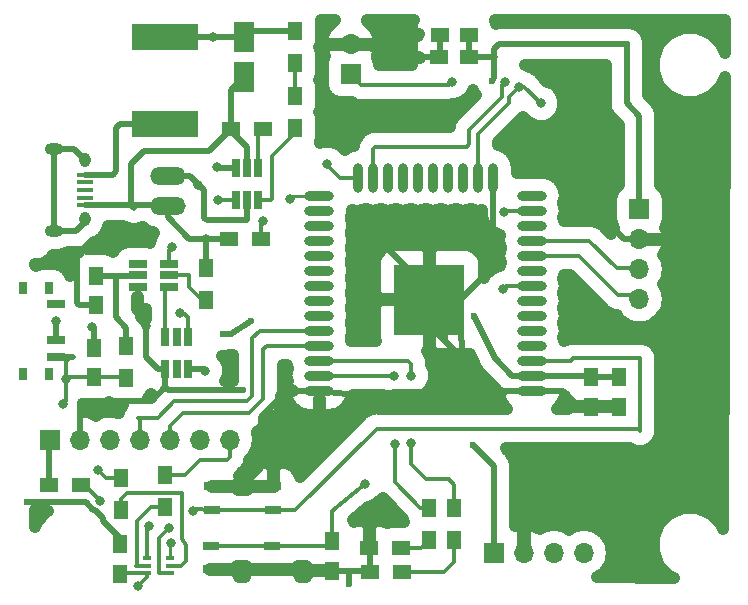
<source format=gbr>
G04 #@! TF.GenerationSoftware,KiCad,Pcbnew,5.0.0-1.fc29*
G04 #@! TF.CreationDate,2018-08-25T23:53:58+05:30*
G04 #@! TF.ProjectId,medlo,6D65646C6F2E6B696361645F70636200,rev?*
G04 #@! TF.SameCoordinates,Original*
G04 #@! TF.FileFunction,Copper,L1,Top,Signal*
G04 #@! TF.FilePolarity,Positive*
%FSLAX46Y46*%
G04 Gerber Fmt 4.6, Leading zero omitted, Abs format (unit mm)*
G04 Created by KiCad (PCBNEW 5.0.0-1.fc29) date Sat Aug 25 23:53:58 2018*
%MOMM*%
%LPD*%
G01*
G04 APERTURE LIST*
G04 #@! TA.AperFunction,ComponentPad*
%ADD10O,3.010000X1.510000*%
G04 #@! TD*
G04 #@! TA.AperFunction,SMDPad,CuDef*
%ADD11R,1.800000X2.600000*%
G04 #@! TD*
G04 #@! TA.AperFunction,SMDPad,CuDef*
%ADD12R,1.250000X1.500000*%
G04 #@! TD*
G04 #@! TA.AperFunction,SMDPad,CuDef*
%ADD13R,1.500000X1.250000*%
G04 #@! TD*
G04 #@! TA.AperFunction,SMDPad,CuDef*
%ADD14R,1.300000X1.500000*%
G04 #@! TD*
G04 #@! TA.AperFunction,SMDPad,CuDef*
%ADD15R,1.500000X1.300000*%
G04 #@! TD*
G04 #@! TA.AperFunction,SMDPad,CuDef*
%ADD16R,5.600000X2.300000*%
G04 #@! TD*
G04 #@! TA.AperFunction,SMDPad,CuDef*
%ADD17R,1.350000X0.400000*%
G04 #@! TD*
G04 #@! TA.AperFunction,ComponentPad*
%ADD18O,0.950000X1.250000*%
G04 #@! TD*
G04 #@! TA.AperFunction,ComponentPad*
%ADD19O,1.550000X1.000000*%
G04 #@! TD*
G04 #@! TA.AperFunction,ComponentPad*
%ADD20R,1.700000X1.700000*%
G04 #@! TD*
G04 #@! TA.AperFunction,ComponentPad*
%ADD21O,1.700000X1.700000*%
G04 #@! TD*
G04 #@! TA.AperFunction,SMDPad,CuDef*
%ADD22R,0.650000X0.400000*%
G04 #@! TD*
G04 #@! TA.AperFunction,SMDPad,CuDef*
%ADD23R,1.500000X0.700000*%
G04 #@! TD*
G04 #@! TA.AperFunction,SMDPad,CuDef*
%ADD24R,0.800000X1.000000*%
G04 #@! TD*
G04 #@! TA.AperFunction,SMDPad,CuDef*
%ADD25R,1.450000X0.700000*%
G04 #@! TD*
G04 #@! TA.AperFunction,SMDPad,CuDef*
%ADD26R,0.650000X1.560000*%
G04 #@! TD*
G04 #@! TA.AperFunction,SMDPad,CuDef*
%ADD27R,1.560000X0.650000*%
G04 #@! TD*
G04 #@! TA.AperFunction,SMDPad,CuDef*
%ADD28O,2.500000X0.900000*%
G04 #@! TD*
G04 #@! TA.AperFunction,SMDPad,CuDef*
%ADD29O,0.900000X2.500000*%
G04 #@! TD*
G04 #@! TA.AperFunction,SMDPad,CuDef*
%ADD30R,6.000000X6.000000*%
G04 #@! TD*
G04 #@! TA.AperFunction,ViaPad*
%ADD31C,0.800000*%
G04 #@! TD*
G04 #@! TA.AperFunction,ViaPad*
%ADD32C,0.600000*%
G04 #@! TD*
G04 #@! TA.AperFunction,Conductor*
%ADD33C,0.500000*%
G04 #@! TD*
G04 #@! TA.AperFunction,Conductor*
%ADD34C,0.350000*%
G04 #@! TD*
G04 #@! TA.AperFunction,Conductor*
%ADD35C,0.250000*%
G04 #@! TD*
G04 #@! TA.AperFunction,Conductor*
%ADD36C,1.000000*%
G04 #@! TD*
G04 APERTURE END LIST*
D10*
G04 #@! TO.P,BT1,1*
G04 #@! TO.N,Net-(BT1-Pad1)*
X72834500Y-86677500D03*
G04 #@! TO.P,BT1,2*
G04 #@! TO.N,Net-(BT1-Pad2)*
X72834500Y-89217500D03*
G04 #@! TD*
D11*
G04 #@! TO.P,C1,1*
G04 #@! TO.N,Net-(C1-Pad1)*
X79311500Y-74944500D03*
G04 #@! TO.P,C1,2*
G04 #@! TO.N,Net-(BT1-Pad2)*
X79311500Y-78344500D03*
G04 #@! TD*
D12*
G04 #@! TO.P,C2,2*
G04 #@! TO.N,Net-(BT1-Pad2)*
X66611500Y-101239000D03*
G04 #@! TO.P,C2,1*
G04 #@! TO.N,Net-(C2-Pad1)*
X66611500Y-103739000D03*
G04 #@! TD*
G04 #@! TO.P,C3,1*
G04 #@! TO.N,GND*
X66738500Y-97643000D03*
G04 #@! TO.P,C3,2*
G04 #@! TO.N,Net-(C3-Pad2)*
X66738500Y-95143000D03*
G04 #@! TD*
G04 #@! TO.P,C4,1*
G04 #@! TO.N,EN*
X68834000Y-120376000D03*
G04 #@! TO.P,C4,2*
G04 #@! TO.N,GND*
X68834000Y-117876000D03*
G04 #@! TD*
G04 #@! TO.P,C5,2*
G04 #@! TO.N,VCC*
X108712000Y-103753600D03*
G04 #@! TO.P,C5,1*
G04 #@! TO.N,GND*
X108712000Y-106253600D03*
G04 #@! TD*
D13*
G04 #@! TO.P,C6,2*
G04 #@! TO.N,VCC*
X98379600Y-74777600D03*
G04 #@! TO.P,C6,1*
G04 #@! TO.N,GND*
X95879600Y-74777600D03*
G04 #@! TD*
D12*
G04 #@! TO.P,C7,1*
G04 #@! TO.N,BTN1*
X86766400Y-117622000D03*
G04 #@! TO.P,C7,2*
G04 #@! TO.N,GND*
X86766400Y-120122000D03*
G04 #@! TD*
G04 #@! TO.P,C8,2*
G04 #@! TO.N,VCC*
X111048800Y-103753600D03*
G04 #@! TO.P,C8,1*
G04 #@! TO.N,GND*
X111048800Y-106253600D03*
G04 #@! TD*
D13*
G04 #@! TO.P,C9,1*
G04 #@! TO.N,GND*
X95828800Y-76657200D03*
G04 #@! TO.P,C9,2*
G04 #@! TO.N,VCC*
X98328800Y-76657200D03*
G04 #@! TD*
D14*
G04 #@! TO.P,D1,2*
G04 #@! TO.N,Net-(C1-Pad1)*
X83629500Y-74469000D03*
G04 #@! TO.P,D1,1*
G04 #@! TO.N,Net-(D1-Pad1)*
X83629500Y-77169000D03*
G04 #@! TD*
D15*
G04 #@! TO.P,D2,1*
G04 #@! TO.N,GND*
X89899500Y-118173500D03*
G04 #@! TO.P,D2,2*
G04 #@! TO.N,Net-(D2-Pad2)*
X92599500Y-118173500D03*
G04 #@! TD*
G04 #@! TO.P,D3,1*
G04 #@! TO.N,GND*
X89963000Y-120269000D03*
G04 #@! TO.P,D3,2*
G04 #@! TO.N,Net-(D3-Pad2)*
X92663000Y-120269000D03*
G04 #@! TD*
D16*
G04 #@! TO.P,F1,1*
G04 #@! TO.N,Net-(F1-Pad1)*
X72644000Y-82313000D03*
G04 #@! TO.P,F1,2*
G04 #@! TO.N,Net-(C1-Pad1)*
X72644000Y-74913000D03*
G04 #@! TD*
D17*
G04 #@! TO.P,J1,1*
G04 #@! TO.N,Net-(F1-Pad1)*
X65866000Y-86584000D03*
G04 #@! TO.P,J1,2*
G04 #@! TO.N,N/C*
X65866000Y-87234000D03*
G04 #@! TO.P,J1,3*
X65866000Y-87884000D03*
G04 #@! TO.P,J1,4*
X65866000Y-88534000D03*
G04 #@! TO.P,J1,5*
G04 #@! TO.N,Net-(BT1-Pad2)*
X65866000Y-89184000D03*
D18*
G04 #@! TO.P,J1,6*
G04 #@! TO.N,Net-(J1-Pad6)*
X65866000Y-85384000D03*
X65866000Y-90384000D03*
D19*
X63166000Y-84384000D03*
X63166000Y-91384000D03*
G04 #@! TD*
D20*
G04 #@! TO.P,J2,1*
G04 #@! TO.N,VCC*
X62865000Y-109029500D03*
D21*
G04 #@! TO.P,J2,2*
G04 #@! TO.N,GND*
X65405000Y-109029500D03*
G04 #@! TO.P,J2,3*
G04 #@! TO.N,N/C*
X67945000Y-109029500D03*
G04 #@! TO.P,J2,4*
G04 #@! TO.N,TXD0*
X70485000Y-109029500D03*
G04 #@! TO.P,J2,5*
G04 #@! TO.N,RXD0*
X73025000Y-109029500D03*
G04 #@! TO.P,J2,6*
G04 #@! TO.N,DTR*
X75565000Y-109029500D03*
G04 #@! TO.P,J2,7*
G04 #@! TO.N,RST*
X78105000Y-109029500D03*
G04 #@! TD*
D20*
G04 #@! TO.P,J3,1*
G04 #@! TO.N,SD_MISO*
X88328500Y-78105000D03*
D21*
G04 #@! TO.P,J3,2*
G04 #@! TO.N,GND*
X88328500Y-75565000D03*
G04 #@! TD*
G04 #@! TO.P,J5,4*
G04 #@! TO.N,SDA0*
X112776000Y-97155000D03*
G04 #@! TO.P,J5,3*
G04 #@! TO.N,SCL0*
X112776000Y-94615000D03*
G04 #@! TO.P,J5,2*
G04 #@! TO.N,GND*
X112776000Y-92075000D03*
D20*
G04 #@! TO.P,J5,1*
G04 #@! TO.N,VCC*
X112776000Y-89535000D03*
G04 #@! TD*
G04 #@! TO.P,J6,1*
G04 #@! TO.N,VCC*
X100457000Y-118618000D03*
D21*
G04 #@! TO.P,J6,2*
G04 #@! TO.N,GND*
X102997000Y-118618000D03*
G04 #@! TO.P,J6,3*
G04 #@! TO.N,SCL0*
X105537000Y-118618000D03*
G04 #@! TO.P,J6,4*
G04 #@! TO.N,SDA0*
X108077000Y-118618000D03*
G04 #@! TD*
D22*
G04 #@! TO.P,Q1,1*
G04 #@! TO.N,RST*
X73022500Y-120347500D03*
G04 #@! TO.P,Q1,3*
G04 #@! TO.N,GPIO0*
X73022500Y-119047500D03*
G04 #@! TO.P,Q1,5*
G04 #@! TO.N,Net-(Q1-Pad5)*
X71122500Y-119697500D03*
G04 #@! TO.P,Q1,2*
G04 #@! TO.N,Net-(Q1-Pad2)*
X73022500Y-119697500D03*
G04 #@! TO.P,Q1,4*
G04 #@! TO.N,DTR*
X71122500Y-119047500D03*
G04 #@! TO.P,Q1,6*
G04 #@! TO.N,EN*
X71122500Y-120347500D03*
G04 #@! TD*
D15*
G04 #@! TO.P,R1,2*
G04 #@! TO.N,Net-(BT1-Pad2)*
X78025000Y-92011500D03*
G04 #@! TO.P,R1,1*
G04 #@! TO.N,Net-(R1-Pad1)*
X80725000Y-92011500D03*
G04 #@! TD*
D14*
G04 #@! TO.P,R2,2*
G04 #@! TO.N,Net-(D1-Pad1)*
X83629500Y-79930000D03*
G04 #@! TO.P,R2,1*
G04 #@! TO.N,Net-(R2-Pad1)*
X83629500Y-82630000D03*
G04 #@! TD*
D15*
G04 #@! TO.P,R3,1*
G04 #@! TO.N,Net-(R3-Pad1)*
X80915500Y-82740500D03*
G04 #@! TO.P,R3,2*
G04 #@! TO.N,Net-(BT1-Pad2)*
X78215500Y-82740500D03*
G04 #@! TD*
D14*
G04 #@! TO.P,R4,2*
G04 #@! TO.N,Net-(C2-Pad1)*
X69342000Y-103839000D03*
G04 #@! TO.P,R4,1*
G04 #@! TO.N,Net-(C3-Pad2)*
X69342000Y-101139000D03*
G04 #@! TD*
G04 #@! TO.P,R5,2*
G04 #@! TO.N,Net-(BT1-Pad2)*
X76073000Y-94471500D03*
G04 #@! TO.P,R5,1*
G04 #@! TO.N,Net-(R5-Pad1)*
X76073000Y-97171500D03*
G04 #@! TD*
G04 #@! TO.P,R6,1*
G04 #@! TO.N,Net-(Q1-Pad2)*
X68897500Y-114951500D03*
G04 #@! TO.P,R6,2*
G04 #@! TO.N,DTR*
X68897500Y-112251500D03*
G04 #@! TD*
G04 #@! TO.P,R7,2*
G04 #@! TO.N,RST*
X72644000Y-112061000D03*
G04 #@! TO.P,R7,1*
G04 #@! TO.N,Net-(Q1-Pad5)*
X72644000Y-114761000D03*
G04 #@! TD*
D15*
G04 #@! TO.P,R8,1*
G04 #@! TO.N,VCC*
X62785000Y-112903000D03*
G04 #@! TO.P,R8,2*
G04 #@! TO.N,EN*
X65485000Y-112903000D03*
G04 #@! TD*
D14*
G04 #@! TO.P,R9,1*
G04 #@! TO.N,Net-(R9-Pad1)*
X94932500Y-114791500D03*
G04 #@! TO.P,R9,2*
G04 #@! TO.N,Net-(D2-Pad2)*
X94932500Y-117491500D03*
G04 #@! TD*
G04 #@! TO.P,R10,1*
G04 #@! TO.N,Net-(R10-Pad1)*
X97091500Y-114791500D03*
G04 #@! TO.P,R10,2*
G04 #@! TO.N,Net-(D3-Pad2)*
X97091500Y-117491500D03*
G04 #@! TD*
D23*
G04 #@! TO.P,SW1,1*
G04 #@! TO.N,N/C*
X63406000Y-97572000D03*
G04 #@! TO.P,SW1,2*
G04 #@! TO.N,Net-(BT1-Pad1)*
X63406000Y-100572000D03*
G04 #@! TO.P,SW1,3*
G04 #@! TO.N,Net-(C2-Pad1)*
X63406000Y-102072000D03*
D24*
G04 #@! TO.P,SW1,*
G04 #@! TO.N,*
X60546000Y-96172000D03*
X60546000Y-103472000D03*
X62756000Y-103472000D03*
X62756000Y-96172000D03*
G04 #@! TD*
D25*
G04 #@! TO.P,SW2,1*
G04 #@! TO.N,GND*
X81777200Y-112995200D03*
X76617200Y-112995200D03*
G04 #@! TO.P,SW2,2*
G04 #@! TO.N,EN*
X76617200Y-114995200D03*
X81777200Y-114995200D03*
G04 #@! TD*
G04 #@! TO.P,SW3,2*
G04 #@! TO.N,BTN1*
X76515600Y-118024400D03*
X81675600Y-118024400D03*
G04 #@! TO.P,SW3,1*
G04 #@! TO.N,GND*
X81675600Y-120024400D03*
X76515600Y-120024400D03*
G04 #@! TD*
D26*
G04 #@! TO.P,T1,5*
G04 #@! TO.N,N/C*
X73596500Y-100377000D03*
G04 #@! TO.P,T1,6*
G04 #@! TO.N,Net-(T1-Pad6)*
X72646500Y-100377000D03*
G04 #@! TO.P,T1,4*
G04 #@! TO.N,Net-(T1-Pad4)*
X74546500Y-100377000D03*
G04 #@! TO.P,T1,3*
G04 #@! TO.N,Net-(BT1-Pad2)*
X74546500Y-103077000D03*
G04 #@! TO.P,T1,2*
G04 #@! TO.N,N/C*
X73596500Y-103077000D03*
G04 #@! TO.P,T1,1*
G04 #@! TO.N,GND*
X72646500Y-103077000D03*
G04 #@! TD*
G04 #@! TO.P,U1,1*
G04 #@! TO.N,Net-(R1-Pad1)*
X78615500Y-88726000D03*
G04 #@! TO.P,U1,2*
G04 #@! TO.N,Net-(BT1-Pad1)*
X79565500Y-88726000D03*
G04 #@! TO.P,U1,3*
G04 #@! TO.N,Net-(R2-Pad1)*
X80515500Y-88726000D03*
G04 #@! TO.P,U1,4*
G04 #@! TO.N,Net-(R3-Pad1)*
X80515500Y-86026000D03*
G04 #@! TO.P,U1,6*
G04 #@! TO.N,Net-(C1-Pad1)*
X78615500Y-86026000D03*
G04 #@! TO.P,U1,5*
G04 #@! TO.N,Net-(BT1-Pad2)*
X79565500Y-86026000D03*
G04 #@! TD*
D27*
G04 #@! TO.P,U2,1*
G04 #@! TO.N,Net-(T1-Pad6)*
X72978000Y-96073000D03*
G04 #@! TO.P,U2,2*
G04 #@! TO.N,Net-(R5-Pad1)*
X72978000Y-95123000D03*
G04 #@! TO.P,U2,3*
G04 #@! TO.N,Net-(T1-Pad4)*
X72978000Y-94173000D03*
G04 #@! TO.P,U2,4*
G04 #@! TO.N,N/C*
X70278000Y-94173000D03*
G04 #@! TO.P,U2,6*
G04 #@! TO.N,GND*
X70278000Y-96073000D03*
G04 #@! TO.P,U2,5*
G04 #@! TO.N,Net-(C3-Pad2)*
X70278000Y-95123000D03*
G04 #@! TD*
D28*
G04 #@! TO.P,U3,38*
G04 #@! TO.N,GND*
X85678500Y-104881500D03*
G04 #@! TO.P,U3,37*
G04 #@! TO.N,Net-(R9-Pad1)*
X85678500Y-103611500D03*
G04 #@! TO.P,U3,36*
G04 #@! TO.N,Net-(R10-Pad1)*
X85678500Y-102341500D03*
G04 #@! TO.P,U3,35*
G04 #@! TO.N,RXD0*
X85678500Y-101071500D03*
G04 #@! TO.P,U3,34*
G04 #@! TO.N,TXD0*
X85678500Y-99801500D03*
G04 #@! TO.P,U3,33*
G04 #@! TO.N,N/C*
X85678500Y-98531500D03*
G04 #@! TO.P,U3,32*
X85678500Y-97261500D03*
G04 #@! TO.P,U3,31*
X85678500Y-95991500D03*
G04 #@! TO.P,U3,30*
X85678500Y-94721500D03*
G04 #@! TO.P,U3,29*
X85678500Y-93451500D03*
G04 #@! TO.P,U3,28*
X85678500Y-92181500D03*
G04 #@! TO.P,U3,27*
X85678500Y-90911500D03*
G04 #@! TO.P,U3,26*
X85678500Y-89641500D03*
G04 #@! TO.P,U3,25*
G04 #@! TO.N,GPIO0*
X85678500Y-88371500D03*
D29*
G04 #@! TO.P,U3,24*
G04 #@! TO.N,SD_MISO*
X88963500Y-86881500D03*
G04 #@! TO.P,U3,23*
G04 #@! TO.N,SD_MOSI*
X90233500Y-86881500D03*
G04 #@! TO.P,U3,22*
G04 #@! TO.N,N/C*
X91503500Y-86881500D03*
G04 #@! TO.P,U3,21*
X92773500Y-86881500D03*
G04 #@! TO.P,U3,20*
X94043500Y-86881500D03*
G04 #@! TO.P,U3,19*
X95313500Y-86881500D03*
G04 #@! TO.P,U3,18*
X96583500Y-86881500D03*
G04 #@! TO.P,U3,17*
X97853500Y-86881500D03*
G04 #@! TO.P,U3,16*
G04 #@! TO.N,SD_CS*
X99123500Y-86881500D03*
G04 #@! TO.P,U3,15*
G04 #@! TO.N,GND*
X100393500Y-86881500D03*
D28*
G04 #@! TO.P,U3,14*
G04 #@! TO.N,N/C*
X103678500Y-88371500D03*
G04 #@! TO.P,U3,13*
G04 #@! TO.N,SD_CLK*
X103678500Y-89641500D03*
G04 #@! TO.P,U3,12*
G04 #@! TO.N,N/C*
X103678500Y-90911500D03*
G04 #@! TO.P,U3,11*
G04 #@! TO.N,SCL0*
X103678500Y-92181500D03*
G04 #@! TO.P,U3,10*
G04 #@! TO.N,SDA0*
X103678500Y-93451500D03*
G04 #@! TO.P,U3,9*
G04 #@! TO.N,N/C*
X103678500Y-94721500D03*
G04 #@! TO.P,U3,8*
G04 #@! TO.N,BTN1*
X103678500Y-95991500D03*
G04 #@! TO.P,U3,7*
G04 #@! TO.N,N/C*
X103678500Y-97261500D03*
G04 #@! TO.P,U3,6*
X103678500Y-98531500D03*
G04 #@! TO.P,U3,5*
X103678500Y-99801500D03*
G04 #@! TO.P,U3,4*
X103678500Y-101071500D03*
G04 #@! TO.P,U3,3*
G04 #@! TO.N,EN*
X103678500Y-102341500D03*
G04 #@! TO.P,U3,2*
G04 #@! TO.N,VCC*
X103678500Y-103611500D03*
G04 #@! TO.P,U3,1*
G04 #@! TO.N,GND*
X103678500Y-104881500D03*
D30*
G04 #@! TO.P,U3,39*
X94978500Y-97181500D03*
G04 #@! TD*
D31*
G04 #@! TO.N,Net-(BT1-Pad1)*
X75438000Y-87439500D03*
X63373000Y-98996500D03*
G04 #@! TO.N,Net-(BT1-Pad2)*
X76073000Y-92075000D03*
X76009500Y-103187500D03*
X66421000Y-99504500D03*
G04 #@! TO.N,Net-(C1-Pad1)*
X77025500Y-85979000D03*
X76644500Y-74930000D03*
D32*
G04 #@! TO.N,VCC*
X98806000Y-98552000D03*
X77520800Y-100126800D03*
X79857600Y-99009200D03*
X98679000Y-109474000D03*
X111709200Y-75539600D03*
X100279200Y-78638400D03*
D31*
G04 #@! TO.N,GND*
X70993000Y-99441000D03*
X70104000Y-92075000D03*
D32*
X79298800Y-119938800D03*
X79146400Y-112826800D03*
X82519700Y-104881500D03*
X79197200Y-104851200D03*
X60909200Y-114300000D03*
X91287600Y-92710000D03*
X109169200Y-80873600D03*
X88201500Y-121285000D03*
D31*
G04 #@! TO.N,EN*
X70358000Y-121412000D03*
X67106800Y-114198400D03*
X74980800Y-115062000D03*
G04 #@! TO.N,BTN1*
X101244400Y-96266000D03*
X89509600Y-112826800D03*
G04 #@! TO.N,DTR*
X66954400Y-111607600D03*
X71221600Y-116332000D03*
G04 #@! TO.N,RST*
X72948800Y-116535200D03*
G04 #@! TO.N,SD_MISO*
X86309200Y-85699600D03*
X96875600Y-78740000D03*
G04 #@! TO.N,SD_CLK*
X101346000Y-89763600D03*
G04 #@! TO.N,SD_MOSI*
X101396800Y-78790800D03*
G04 #@! TO.N,SD_CS*
X102616000Y-79146400D03*
X104444800Y-80568800D03*
G04 #@! TO.N,GPIO0*
X83210400Y-88646000D03*
X73152000Y-117754400D03*
G04 #@! TO.N,Net-(R1-Pad1)*
X80899000Y-90551000D03*
X77089000Y-88709500D03*
G04 #@! TO.N,Net-(R9-Pad1)*
X92011500Y-103632000D03*
X92075000Y-109410500D03*
G04 #@! TO.N,Net-(R10-Pad1)*
X93472000Y-109347000D03*
X93472000Y-103632000D03*
G04 #@! TO.N,Net-(T1-Pad4)*
X73215500Y-92710000D03*
X73850500Y-98298000D03*
G04 #@! TO.N,Net-(C2-Pad1)*
X64008000Y-105981500D03*
X64198500Y-103886000D03*
G04 #@! TD*
D33*
G04 #@! TO.N,Net-(BT1-Pad1)*
X79565500Y-88726000D02*
X79565500Y-90424000D01*
X74739500Y-86677500D02*
X72834500Y-86677500D01*
X75946000Y-87884000D02*
X75438000Y-87376000D01*
X75946000Y-90233500D02*
X75946000Y-87884000D01*
X76136500Y-90424000D02*
X75946000Y-90233500D01*
X79565500Y-90424000D02*
X76136500Y-90424000D01*
X63406000Y-100572000D02*
X63406000Y-99029500D01*
X63406000Y-99029500D02*
X63373000Y-98996500D01*
X75438000Y-87439500D02*
X75469750Y-87407750D01*
X75469750Y-87407750D02*
X75438000Y-87439500D01*
X75438000Y-87439500D02*
X75438000Y-87376000D01*
X75438000Y-87376000D02*
X74739500Y-86677500D01*
G04 #@! TO.N,Net-(BT1-Pad2)*
X65866000Y-89184000D02*
X69977000Y-89184000D01*
X69977000Y-89184000D02*
X72801000Y-89184000D01*
X72801000Y-89184000D02*
X72834500Y-89217500D01*
X78215500Y-82740500D02*
X78168500Y-82740500D01*
X69977000Y-89408000D02*
X69977000Y-89184000D01*
X69947000Y-89408000D02*
X69977000Y-89408000D01*
X69723000Y-89184000D02*
X69947000Y-89408000D01*
X69723000Y-85663002D02*
X69723000Y-89184000D01*
X70804002Y-84582000D02*
X69723000Y-85663002D01*
X76327000Y-84582000D02*
X70804002Y-84582000D01*
X78168500Y-82740500D02*
X76327000Y-84582000D01*
X79565500Y-86026000D02*
X79565500Y-84264500D01*
X78215500Y-82914500D02*
X78215500Y-82740500D01*
X79565500Y-84264500D02*
X78215500Y-82914500D01*
X78215500Y-82740500D02*
X78215500Y-79440500D01*
X78215500Y-79440500D02*
X79311500Y-78344500D01*
X78025000Y-92011500D02*
X76073000Y-92011500D01*
X76073000Y-92011500D02*
X74676000Y-92011500D01*
X72834500Y-90170000D02*
X72834500Y-89217500D01*
X74676000Y-92011500D02*
X72834500Y-90170000D01*
X76073000Y-94471500D02*
X76073000Y-92011500D01*
X76073000Y-92011500D02*
X76073000Y-91884500D01*
X76073000Y-91884500D02*
X76073000Y-92011500D01*
X74546500Y-103077000D02*
X75899000Y-103077000D01*
X76073000Y-92075000D02*
X76073000Y-92011500D01*
X75899000Y-103077000D02*
X76009500Y-103187500D01*
X66611500Y-101239000D02*
X66611500Y-99695000D01*
X66611500Y-99695000D02*
X66421000Y-99504500D01*
G04 #@! TO.N,Net-(C1-Pad1)*
X72644000Y-74913000D02*
X76644500Y-74913000D01*
X76644500Y-74913000D02*
X79280000Y-74913000D01*
X79280000Y-74913000D02*
X79311500Y-74944500D01*
X78615500Y-86026000D02*
X77072500Y-86026000D01*
X77072500Y-86026000D02*
X77025500Y-85979000D01*
X76644500Y-74930000D02*
X76644500Y-74913000D01*
X76644500Y-74913000D02*
X76644500Y-74930000D01*
X76644500Y-74930000D02*
X76644500Y-74913000D01*
X79311500Y-74944500D02*
X76659000Y-74944500D01*
X76659000Y-74944500D02*
X76644500Y-74930000D01*
X83629500Y-74469000D02*
X79787000Y-74469000D01*
X79787000Y-74469000D02*
X79311500Y-74944500D01*
G04 #@! TO.N,VCC*
X62785000Y-112903000D02*
X62785000Y-109109500D01*
X62785000Y-109109500D02*
X62865000Y-109029500D01*
X103678500Y-103611500D02*
X101985900Y-103611500D01*
X100533200Y-102158800D02*
X98806000Y-98552000D01*
X101985900Y-103611500D02*
X100533200Y-102158800D01*
X78181200Y-100126800D02*
X77520800Y-100126800D01*
X79857600Y-99009200D02*
X78181200Y-100126800D01*
X111048800Y-103753600D02*
X108712000Y-103753600D01*
X108712000Y-103753600D02*
X108569900Y-103611500D01*
X108569900Y-103611500D02*
X103678500Y-103611500D01*
X100457000Y-118618000D02*
X100457000Y-111252000D01*
X100457000Y-111252000D02*
X98679000Y-109474000D01*
X100888800Y-75539600D02*
X111709200Y-75539600D01*
X100482400Y-75946000D02*
X100888800Y-75539600D01*
X100482400Y-78435200D02*
X100482400Y-76606400D01*
X100482400Y-76606400D02*
X100482400Y-75946000D01*
X100279200Y-78638400D02*
X100482400Y-78435200D01*
X98379600Y-74777600D02*
X98379600Y-76606400D01*
X98379600Y-76606400D02*
X100482400Y-76606400D01*
X100482400Y-76606400D02*
X100533200Y-76606400D01*
X100533200Y-76606400D02*
X100482400Y-76606400D01*
X112776000Y-89535000D02*
X112776000Y-81635600D01*
X112776000Y-81635600D02*
X111709200Y-80568800D01*
X111709200Y-80568800D02*
X111709200Y-75539600D01*
G04 #@! TO.N,GND*
X66738500Y-97643000D02*
X65298000Y-97643000D01*
X70278000Y-98726000D02*
X70278000Y-96073000D01*
X70993000Y-99441000D02*
X70278000Y-98726000D01*
X66484500Y-92075000D02*
X70104000Y-92075000D01*
X65151000Y-93408500D02*
X66484500Y-92075000D01*
X65151000Y-97496000D02*
X65151000Y-93408500D01*
X65298000Y-97643000D02*
X65151000Y-97496000D01*
X72646500Y-103077000D02*
X72025500Y-103077000D01*
X70993000Y-102044500D02*
X70993000Y-99441000D01*
X72025500Y-103077000D02*
X70993000Y-102044500D01*
X65405000Y-109029500D02*
X65405000Y-105854500D01*
X65405000Y-105854500D02*
X65532000Y-105727500D01*
X65532000Y-105727500D02*
X71501000Y-105727500D01*
X72646500Y-104582000D02*
X72646500Y-103077000D01*
X71501000Y-105727500D02*
X72646500Y-104582000D01*
X81675600Y-120024400D02*
X76515600Y-120024400D01*
X76515600Y-120024400D02*
X76601200Y-119938800D01*
X76601200Y-119938800D02*
X79298800Y-119938800D01*
X79146400Y-112826800D02*
X78978000Y-112995200D01*
X78978000Y-112995200D02*
X81777200Y-112995200D01*
X76617200Y-112995200D02*
X78978000Y-112995200D01*
X78978000Y-112995200D02*
X79146400Y-112826800D01*
X79146400Y-112826800D02*
X79349600Y-112826800D01*
X79349600Y-112826800D02*
X80772000Y-111404400D01*
X80772000Y-111404400D02*
X80772000Y-107086400D01*
X80772000Y-107086400D02*
X82143600Y-105714800D01*
X82143600Y-105714800D02*
X82143600Y-105257600D01*
X82143600Y-105257600D02*
X82519700Y-104881500D01*
X82519700Y-104881500D02*
X85678500Y-104881500D01*
X72646500Y-104582000D02*
X72864900Y-104800400D01*
X78028800Y-104800400D02*
X72864900Y-104800400D01*
X79197200Y-104851200D02*
X78028800Y-104800400D01*
X85678500Y-104881500D02*
X87989700Y-105135500D01*
X98259900Y-104822100D02*
X97548700Y-99683100D01*
X87989700Y-105135500D02*
X98259900Y-104822100D01*
X103678500Y-104881500D02*
X100461900Y-104881500D01*
X94978500Y-99398100D02*
X94978500Y-97181500D01*
X100461900Y-104881500D02*
X96291400Y-100711000D01*
X96291400Y-100711000D02*
X94978500Y-99398100D01*
X68834000Y-117876000D02*
X68834000Y-117398800D01*
X65887600Y-114300000D02*
X60909200Y-114300000D01*
X66548000Y-114960400D02*
X65887600Y-114300000D01*
X66649600Y-114960400D02*
X66548000Y-114960400D01*
X67360800Y-115671600D02*
X66649600Y-114960400D01*
X67360800Y-115925600D02*
X67360800Y-115671600D01*
X68834000Y-117398800D02*
X67360800Y-115925600D01*
X111048800Y-106253600D02*
X108712000Y-106253600D01*
X108712000Y-106253600D02*
X108528800Y-106070400D01*
X108528800Y-106070400D02*
X107492800Y-106070400D01*
X107492800Y-106070400D02*
X106303900Y-104881500D01*
X106303900Y-104881500D02*
X103678500Y-104881500D01*
X86766400Y-120122000D02*
X81773200Y-120122000D01*
X81773200Y-120122000D02*
X81675600Y-120024400D01*
X94978500Y-96400900D02*
X94978500Y-97181500D01*
X91287600Y-92710000D02*
X94978500Y-96400900D01*
X100393500Y-86881500D02*
X100393500Y-94373700D01*
X97585700Y-97181500D02*
X94978500Y-97181500D01*
X100393500Y-94373700D02*
X97585700Y-97181500D01*
X96291400Y-100711000D02*
X96291400Y-98494400D01*
X96291400Y-98494400D02*
X94978500Y-97181500D01*
X95879600Y-74777600D02*
X95879600Y-76606400D01*
X95879600Y-76606400D02*
X95828800Y-76657200D01*
X95828800Y-76657200D02*
X90881200Y-76657200D01*
X88607900Y-75844400D02*
X88328500Y-75565000D01*
X90068400Y-75844400D02*
X88607900Y-75844400D01*
X90881200Y-76657200D02*
X90068400Y-75844400D01*
X112776000Y-92075000D02*
X111480600Y-92075000D01*
X109169200Y-89763600D02*
X109169200Y-80873600D01*
X111480600Y-92075000D02*
X109169200Y-89763600D01*
X86766400Y-120122000D02*
X88201500Y-120122000D01*
X88201500Y-120122000D02*
X89816000Y-120122000D01*
X89816000Y-120122000D02*
X89963000Y-120269000D01*
X89963000Y-120269000D02*
X89963000Y-118237000D01*
X89963000Y-118237000D02*
X89899500Y-118173500D01*
X88201500Y-120122000D02*
X88201500Y-121285000D01*
G04 #@! TO.N,Net-(C3-Pad2)*
X66738500Y-95143000D02*
X68453000Y-95143000D01*
X68453000Y-95143000D02*
X70258000Y-95143000D01*
X70258000Y-95143000D02*
X70278000Y-95123000D01*
X69342000Y-101139000D02*
X69342000Y-99568000D01*
X68453000Y-98679000D02*
X68453000Y-95143000D01*
X69342000Y-99568000D02*
X68453000Y-98679000D01*
D34*
G04 #@! TO.N,EN*
X65485000Y-112903000D02*
X65811400Y-112903000D01*
X71122500Y-120647500D02*
X71122500Y-120347500D01*
X70358000Y-121412000D02*
X71122500Y-120647500D01*
X65811400Y-112903000D02*
X67106800Y-114198400D01*
X71122500Y-120347500D02*
X68862500Y-120347500D01*
X68862500Y-120347500D02*
X68834000Y-120376000D01*
X76617200Y-114995200D02*
X75098400Y-114944400D01*
X75098400Y-114944400D02*
X74980800Y-115062000D01*
X76617200Y-114995200D02*
X81777200Y-114995200D01*
X103678500Y-102341500D02*
X106954500Y-102341500D01*
X83632800Y-114995200D02*
X81777200Y-114995200D01*
X90525600Y-108102400D02*
X83632800Y-114995200D01*
X112623600Y-108102400D02*
X90525600Y-108102400D01*
X112826800Y-108305600D02*
X112623600Y-108102400D01*
X112826800Y-102158800D02*
X112826800Y-108305600D01*
X107137200Y-102158800D02*
X112826800Y-102158800D01*
X106954500Y-102341500D02*
X107137200Y-102158800D01*
G04 #@! TO.N,BTN1*
X76515600Y-118024400D02*
X81675600Y-118024400D01*
X86364000Y-118024400D02*
X86766400Y-117622000D01*
X81675600Y-118024400D02*
X86364000Y-118024400D01*
X86364000Y-118024400D02*
X86766400Y-117622000D01*
X86766400Y-117622000D02*
X86766400Y-115062000D01*
X101518900Y-95991500D02*
X103678500Y-95991500D01*
X101244400Y-96266000D02*
X101518900Y-95991500D01*
X86766400Y-115062000D02*
X89509600Y-112826800D01*
G04 #@! TO.N,Net-(D1-Pad1)*
X83629500Y-79930000D02*
X83629500Y-77169000D01*
G04 #@! TO.N,Net-(D2-Pad2)*
X92599500Y-118173500D02*
X94250500Y-118173500D01*
X94250500Y-118173500D02*
X94932500Y-117491500D01*
G04 #@! TO.N,Net-(D3-Pad2)*
X92663000Y-120269000D02*
X96202500Y-120269000D01*
X97091500Y-119380000D02*
X97091500Y-117491500D01*
X96202500Y-120269000D02*
X97091500Y-119380000D01*
D33*
G04 #@! TO.N,Net-(F1-Pad1)*
X65866000Y-86584000D02*
X68169000Y-86584000D01*
X68817000Y-82313000D02*
X72644000Y-82313000D01*
X68453000Y-82677000D02*
X68817000Y-82313000D01*
X68453000Y-86300000D02*
X68453000Y-82677000D01*
X68169000Y-86584000D02*
X68453000Y-86300000D01*
G04 #@! TO.N,Net-(J1-Pad6)*
X65866000Y-90384000D02*
X65866000Y-90598000D01*
X65080000Y-91384000D02*
X63166000Y-91384000D01*
X65866000Y-90598000D02*
X65080000Y-91384000D01*
X63166000Y-91384000D02*
X63166000Y-84384000D01*
X63166000Y-84384000D02*
X63237000Y-84455000D01*
X63237000Y-84455000D02*
X64937000Y-84455000D01*
X64937000Y-84455000D02*
X65866000Y-85384000D01*
D34*
G04 #@! TO.N,TXD0*
X85678500Y-99801500D02*
X80649900Y-99801500D01*
X70485000Y-107315000D02*
X70485000Y-109029500D01*
X70358000Y-107188000D02*
X70485000Y-107315000D01*
X71983600Y-107188000D02*
X70358000Y-107188000D01*
X73406000Y-105765600D02*
X71983600Y-107188000D01*
X79552800Y-105765600D02*
X73406000Y-105765600D01*
X80010000Y-105308400D02*
X79552800Y-105765600D01*
X80010000Y-100441400D02*
X80010000Y-105308400D01*
X80649900Y-99801500D02*
X80010000Y-100441400D01*
G04 #@! TO.N,RXD0*
X73025000Y-109029500D02*
X73025000Y-107873800D01*
X81249700Y-101071500D02*
X85678500Y-101071500D01*
X80924400Y-101396800D02*
X81249700Y-101071500D01*
X80924400Y-105613200D02*
X80924400Y-101396800D01*
X79756000Y-106781600D02*
X80924400Y-105613200D01*
X74117200Y-106781600D02*
X79756000Y-106781600D01*
X73025000Y-107873800D02*
X74117200Y-106781600D01*
G04 #@! TO.N,DTR*
X68897500Y-112251500D02*
X67598300Y-112251500D01*
X67598300Y-112251500D02*
X66954400Y-111607600D01*
X71122500Y-119047500D02*
X71122500Y-116431100D01*
X71122500Y-116431100D02*
X71221600Y-116332000D01*
G04 #@! TO.N,RST*
X72644000Y-112061000D02*
X74265800Y-112061000D01*
X78105000Y-110464600D02*
X78105000Y-109029500D01*
X77825600Y-110744000D02*
X78105000Y-110464600D01*
X75582800Y-110744000D02*
X77825600Y-110744000D01*
X74265800Y-112061000D02*
X75582800Y-110744000D01*
X73022500Y-120347500D02*
X72082900Y-120347500D01*
X72085200Y-117398800D02*
X72948800Y-116535200D01*
X72085200Y-120345200D02*
X72085200Y-117398800D01*
X72082900Y-120347500D02*
X72085200Y-120345200D01*
G04 #@! TO.N,SD_MISO*
X88963500Y-86881500D02*
X87440300Y-86881500D01*
X86309200Y-85750400D02*
X86309200Y-85699600D01*
X87440300Y-86881500D02*
X86309200Y-85750400D01*
X89217500Y-78994000D02*
X88328500Y-78105000D01*
X96621600Y-78994000D02*
X89217500Y-78994000D01*
X96875600Y-78740000D02*
X96621600Y-78994000D01*
G04 #@! TO.N,SD_CLK*
X103678500Y-89641500D02*
X101468100Y-89641500D01*
X101468100Y-89641500D02*
X101346000Y-89763600D01*
G04 #@! TO.N,SD_MOSI*
X90233500Y-86881500D02*
X90233500Y-84416900D01*
X101142800Y-79044800D02*
X101396800Y-78790800D01*
X101142800Y-80060800D02*
X101142800Y-79044800D01*
X98348800Y-82854800D02*
X101142800Y-80060800D01*
X98348800Y-84023200D02*
X98348800Y-82854800D01*
X98145600Y-84226400D02*
X98348800Y-84023200D01*
X90424000Y-84226400D02*
X98145600Y-84226400D01*
X90233500Y-84416900D02*
X90424000Y-84226400D01*
G04 #@! TO.N,SD_CS*
X99123500Y-86881500D02*
X99123500Y-83146900D01*
X101752400Y-80010000D02*
X102616000Y-79146400D01*
X101752400Y-80518000D02*
X101752400Y-80010000D01*
X99123500Y-83146900D02*
X101752400Y-80518000D01*
X103022400Y-79146400D02*
X102616000Y-79146400D01*
X104444800Y-80568800D02*
X103022400Y-79146400D01*
G04 #@! TO.N,SDA0*
X103678500Y-93451500D02*
X107624700Y-93451500D01*
X112445800Y-96824800D02*
X112776000Y-97155000D01*
X110998000Y-96824800D02*
X112445800Y-96824800D01*
X107624700Y-93451500D02*
X110998000Y-96824800D01*
G04 #@! TO.N,SCL0*
X103678500Y-92181500D02*
X108539100Y-92181500D01*
X112649000Y-94488000D02*
X112776000Y-94615000D01*
X110845600Y-94488000D02*
X112649000Y-94488000D01*
X108539100Y-92181500D02*
X110845600Y-94488000D01*
D35*
G04 #@! TO.N,GPIO0*
X73022500Y-119047500D02*
X73022500Y-117883900D01*
X83484900Y-88371500D02*
X85678500Y-88371500D01*
X83210400Y-88646000D02*
X83484900Y-88371500D01*
X73022500Y-117883900D02*
X73152000Y-117754400D01*
D34*
G04 #@! TO.N,Net-(Q1-Pad5)*
X71122500Y-119697500D02*
X70192900Y-119697500D01*
X71421000Y-114761000D02*
X72644000Y-114761000D01*
X70256400Y-115925600D02*
X71421000Y-114761000D01*
X70256400Y-119634000D02*
X70256400Y-115925600D01*
X70192900Y-119697500D02*
X70256400Y-119634000D01*
G04 #@! TO.N,Net-(Q1-Pad2)*
X68897500Y-114951500D02*
X68897500Y-114033300D01*
X74002900Y-119697500D02*
X73022500Y-119697500D01*
X74371200Y-119329200D02*
X74002900Y-119697500D01*
X74371200Y-117957600D02*
X74371200Y-119329200D01*
X74066400Y-117449600D02*
X74371200Y-117957600D01*
X74066400Y-113639600D02*
X74066400Y-117449600D01*
X74066400Y-113538000D02*
X74066400Y-113639600D01*
X69392800Y-113538000D02*
X74066400Y-113538000D01*
X68897500Y-114033300D02*
X69392800Y-113538000D01*
G04 #@! TO.N,Net-(R1-Pad1)*
X78615500Y-88726000D02*
X77105500Y-88726000D01*
X80725000Y-90725000D02*
X80725000Y-92011500D01*
X80899000Y-90551000D02*
X80725000Y-90725000D01*
X77105500Y-88726000D02*
X77089000Y-88709500D01*
G04 #@! TO.N,Net-(R2-Pad1)*
X80515500Y-88726000D02*
X81614000Y-88726000D01*
X83629500Y-83058000D02*
X83629500Y-82630000D01*
X81661000Y-85026500D02*
X83629500Y-83058000D01*
X81661000Y-88679000D02*
X81661000Y-85026500D01*
X81614000Y-88726000D02*
X81661000Y-88679000D01*
G04 #@! TO.N,Net-(R3-Pad1)*
X80515500Y-86026000D02*
X80515500Y-83140500D01*
X80515500Y-83140500D02*
X80915500Y-82740500D01*
G04 #@! TO.N,Net-(R5-Pad1)*
X76073000Y-97171500D02*
X75708500Y-97171500D01*
X74612500Y-95123000D02*
X72978000Y-95123000D01*
X74612500Y-96075500D02*
X74612500Y-95123000D01*
X75708500Y-97171500D02*
X74612500Y-96075500D01*
G04 #@! TO.N,Net-(R9-Pad1)*
X94932500Y-114791500D02*
X94217500Y-114791500D01*
X91991000Y-103611500D02*
X85678500Y-103611500D01*
X92011500Y-103632000D02*
X91991000Y-103611500D01*
X92075000Y-112649000D02*
X92075000Y-109410500D01*
X94217500Y-114791500D02*
X92075000Y-112649000D01*
G04 #@! TO.N,Net-(R10-Pad1)*
X85678500Y-102341500D02*
X93197500Y-102341500D01*
X97091500Y-112839500D02*
X97091500Y-114791500D01*
X96647000Y-112395000D02*
X97091500Y-112839500D01*
X94742000Y-112395000D02*
X96647000Y-112395000D01*
X93472000Y-111125000D02*
X94742000Y-112395000D01*
X93472000Y-109347000D02*
X93472000Y-111125000D01*
X93472000Y-102616000D02*
X93472000Y-103632000D01*
X93197500Y-102341500D02*
X93472000Y-102616000D01*
G04 #@! TO.N,Net-(T1-Pad6)*
X72646500Y-100377000D02*
X72646500Y-96404500D01*
X72646500Y-96404500D02*
X72978000Y-96073000D01*
G04 #@! TO.N,Net-(T1-Pad4)*
X74546500Y-100377000D02*
X74546500Y-98676500D01*
X72978000Y-92947500D02*
X72978000Y-94173000D01*
X73215500Y-92710000D02*
X72978000Y-92947500D01*
X74168000Y-98298000D02*
X73850500Y-98298000D01*
X74546500Y-98676500D02*
X74168000Y-98298000D01*
D33*
G04 #@! TO.N,Net-(C2-Pad1)*
X69242000Y-103739000D02*
X69342000Y-103839000D01*
X63406000Y-102072000D02*
X64552000Y-102072000D01*
X64552000Y-102072000D02*
X64806000Y-102072000D01*
D34*
X64008000Y-105981500D02*
X64198500Y-105791000D01*
X64198500Y-105791000D02*
X64198500Y-103886000D01*
X64198500Y-102425500D02*
X64552000Y-102072000D01*
X64198500Y-103886000D02*
X64198500Y-102425500D01*
X66611500Y-103739000D02*
X69242000Y-103739000D01*
X69242000Y-103739000D02*
X69342000Y-103839000D01*
X66611500Y-103739000D02*
X64345500Y-103739000D01*
X64345500Y-103739000D02*
X64198500Y-103886000D01*
G04 #@! TD*
D36*
G04 #@! TO.N,GND*
G36*
X120001322Y-76297127D02*
X119696653Y-75561591D01*
X118824609Y-74689547D01*
X117685228Y-74217600D01*
X116451972Y-74217600D01*
X115312591Y-74689547D01*
X114440547Y-75561591D01*
X113968600Y-76700972D01*
X113968600Y-77934228D01*
X114440547Y-79073609D01*
X115312591Y-79945653D01*
X116451972Y-80417600D01*
X117685228Y-80417600D01*
X118824609Y-79945653D01*
X119696653Y-79073609D01*
X119995092Y-78353114D01*
X119879141Y-116616757D01*
X119696653Y-116176191D01*
X118824609Y-115304147D01*
X117685228Y-114832200D01*
X116451972Y-114832200D01*
X115312591Y-115304147D01*
X114440547Y-116176191D01*
X113968600Y-117315572D01*
X113968600Y-118548828D01*
X114440547Y-119688209D01*
X115312591Y-120560253D01*
X115683167Y-120713751D01*
X109190468Y-120700325D01*
X109771255Y-120312255D01*
X110290651Y-119534924D01*
X110473039Y-118618000D01*
X110290651Y-117701076D01*
X109771255Y-116923745D01*
X108993924Y-116404349D01*
X108308453Y-116268000D01*
X107845547Y-116268000D01*
X107160076Y-116404349D01*
X106807000Y-116640267D01*
X106453924Y-116404349D01*
X105768453Y-116268000D01*
X105305547Y-116268000D01*
X104620076Y-116404349D01*
X104348278Y-116585958D01*
X103520205Y-116224515D01*
X103429569Y-116206489D01*
X103047000Y-116568610D01*
X103047000Y-118568000D01*
X103067000Y-118568000D01*
X103067000Y-118668000D01*
X103047000Y-118668000D01*
X103047000Y-118688000D01*
X102947000Y-118688000D01*
X102947000Y-118668000D01*
X102927000Y-118668000D01*
X102927000Y-118568000D01*
X102947000Y-118568000D01*
X102947000Y-116568610D01*
X102564431Y-116206489D01*
X102473795Y-116224515D01*
X102207000Y-116340968D01*
X102207000Y-111424353D01*
X102241283Y-111252000D01*
X102207000Y-111079647D01*
X102207000Y-111079643D01*
X102105463Y-110569184D01*
X101718679Y-109990321D01*
X101572561Y-109892688D01*
X101457273Y-109777400D01*
X112014585Y-109777400D01*
X112084243Y-109823944D01*
X112173248Y-109883415D01*
X112826799Y-110013415D01*
X112826800Y-110013415D01*
X113480353Y-109883415D01*
X114034408Y-109513208D01*
X114404615Y-108959153D01*
X114501800Y-108470572D01*
X114501800Y-108470571D01*
X114534615Y-108305599D01*
X114501800Y-108140628D01*
X114501800Y-102323772D01*
X114534615Y-102158800D01*
X114487545Y-101922161D01*
X114404615Y-101505247D01*
X114034408Y-100951192D01*
X113894553Y-100857744D01*
X113480353Y-100580985D01*
X112991772Y-100483800D01*
X112826800Y-100450985D01*
X112661828Y-100483800D01*
X107302172Y-100483800D01*
X107137200Y-100450985D01*
X106972229Y-100483800D01*
X106972228Y-100483800D01*
X106483647Y-100580985D01*
X106382567Y-100648524D01*
X106340393Y-100436500D01*
X106466702Y-99801500D01*
X106340393Y-99166500D01*
X106466702Y-98531500D01*
X106340393Y-97896500D01*
X106466702Y-97261500D01*
X106340393Y-96626500D01*
X106466702Y-95991500D01*
X106340393Y-95356500D01*
X106386142Y-95126500D01*
X106930893Y-95126500D01*
X109696940Y-97892547D01*
X109790392Y-98032408D01*
X110344447Y-98402615D01*
X110833028Y-98499800D01*
X110850579Y-98503291D01*
X111081745Y-98849255D01*
X111859076Y-99368651D01*
X112544547Y-99505000D01*
X113007453Y-99505000D01*
X113692924Y-99368651D01*
X114470255Y-98849255D01*
X114989651Y-98071924D01*
X115172039Y-97155000D01*
X114989651Y-96238076D01*
X114753733Y-95885000D01*
X114989651Y-95531924D01*
X115172039Y-94615000D01*
X114989651Y-93698076D01*
X114808042Y-93426278D01*
X115169485Y-92598205D01*
X115187511Y-92507569D01*
X114825390Y-92125000D01*
X112826000Y-92125000D01*
X112826000Y-92145000D01*
X112726000Y-92145000D01*
X112726000Y-92125000D01*
X112706000Y-92125000D01*
X112706000Y-92025000D01*
X112726000Y-92025000D01*
X112726000Y-92005000D01*
X112826000Y-92005000D01*
X112826000Y-92025000D01*
X114825390Y-92025000D01*
X115187511Y-91642431D01*
X115169485Y-91551795D01*
X114964381Y-91081898D01*
X115038968Y-90970271D01*
X115155386Y-90385000D01*
X115155386Y-88685000D01*
X115038968Y-88099729D01*
X114707439Y-87603561D01*
X114526000Y-87482327D01*
X114526000Y-81807952D01*
X114560283Y-81635599D01*
X114526000Y-81463246D01*
X114526000Y-81463243D01*
X114424463Y-80952784D01*
X114037679Y-80373921D01*
X113891561Y-80276288D01*
X113459200Y-79843927D01*
X113459200Y-76018353D01*
X113509200Y-75897642D01*
X113509200Y-75181558D01*
X113235166Y-74519982D01*
X112728818Y-74013634D01*
X112067242Y-73739600D01*
X111351158Y-73739600D01*
X111230447Y-73789600D01*
X101061151Y-73789600D01*
X100888799Y-73755317D01*
X100716448Y-73789600D01*
X100716443Y-73789600D01*
X100591716Y-73814410D01*
X100542568Y-73567329D01*
X100520031Y-73533600D01*
X120009696Y-73533600D01*
X120001322Y-76297127D01*
X120001322Y-76297127D01*
G37*
X120001322Y-76297127D02*
X119696653Y-75561591D01*
X118824609Y-74689547D01*
X117685228Y-74217600D01*
X116451972Y-74217600D01*
X115312591Y-74689547D01*
X114440547Y-75561591D01*
X113968600Y-76700972D01*
X113968600Y-77934228D01*
X114440547Y-79073609D01*
X115312591Y-79945653D01*
X116451972Y-80417600D01*
X117685228Y-80417600D01*
X118824609Y-79945653D01*
X119696653Y-79073609D01*
X119995092Y-78353114D01*
X119879141Y-116616757D01*
X119696653Y-116176191D01*
X118824609Y-115304147D01*
X117685228Y-114832200D01*
X116451972Y-114832200D01*
X115312591Y-115304147D01*
X114440547Y-116176191D01*
X113968600Y-117315572D01*
X113968600Y-118548828D01*
X114440547Y-119688209D01*
X115312591Y-120560253D01*
X115683167Y-120713751D01*
X109190468Y-120700325D01*
X109771255Y-120312255D01*
X110290651Y-119534924D01*
X110473039Y-118618000D01*
X110290651Y-117701076D01*
X109771255Y-116923745D01*
X108993924Y-116404349D01*
X108308453Y-116268000D01*
X107845547Y-116268000D01*
X107160076Y-116404349D01*
X106807000Y-116640267D01*
X106453924Y-116404349D01*
X105768453Y-116268000D01*
X105305547Y-116268000D01*
X104620076Y-116404349D01*
X104348278Y-116585958D01*
X103520205Y-116224515D01*
X103429569Y-116206489D01*
X103047000Y-116568610D01*
X103047000Y-118568000D01*
X103067000Y-118568000D01*
X103067000Y-118668000D01*
X103047000Y-118668000D01*
X103047000Y-118688000D01*
X102947000Y-118688000D01*
X102947000Y-118668000D01*
X102927000Y-118668000D01*
X102927000Y-118568000D01*
X102947000Y-118568000D01*
X102947000Y-116568610D01*
X102564431Y-116206489D01*
X102473795Y-116224515D01*
X102207000Y-116340968D01*
X102207000Y-111424353D01*
X102241283Y-111252000D01*
X102207000Y-111079647D01*
X102207000Y-111079643D01*
X102105463Y-110569184D01*
X101718679Y-109990321D01*
X101572561Y-109892688D01*
X101457273Y-109777400D01*
X112014585Y-109777400D01*
X112084243Y-109823944D01*
X112173248Y-109883415D01*
X112826799Y-110013415D01*
X112826800Y-110013415D01*
X113480353Y-109883415D01*
X114034408Y-109513208D01*
X114404615Y-108959153D01*
X114501800Y-108470572D01*
X114501800Y-108470571D01*
X114534615Y-108305599D01*
X114501800Y-108140628D01*
X114501800Y-102323772D01*
X114534615Y-102158800D01*
X114487545Y-101922161D01*
X114404615Y-101505247D01*
X114034408Y-100951192D01*
X113894553Y-100857744D01*
X113480353Y-100580985D01*
X112991772Y-100483800D01*
X112826800Y-100450985D01*
X112661828Y-100483800D01*
X107302172Y-100483800D01*
X107137200Y-100450985D01*
X106972229Y-100483800D01*
X106972228Y-100483800D01*
X106483647Y-100580985D01*
X106382567Y-100648524D01*
X106340393Y-100436500D01*
X106466702Y-99801500D01*
X106340393Y-99166500D01*
X106466702Y-98531500D01*
X106340393Y-97896500D01*
X106466702Y-97261500D01*
X106340393Y-96626500D01*
X106466702Y-95991500D01*
X106340393Y-95356500D01*
X106386142Y-95126500D01*
X106930893Y-95126500D01*
X109696940Y-97892547D01*
X109790392Y-98032408D01*
X110344447Y-98402615D01*
X110833028Y-98499800D01*
X110850579Y-98503291D01*
X111081745Y-98849255D01*
X111859076Y-99368651D01*
X112544547Y-99505000D01*
X113007453Y-99505000D01*
X113692924Y-99368651D01*
X114470255Y-98849255D01*
X114989651Y-98071924D01*
X115172039Y-97155000D01*
X114989651Y-96238076D01*
X114753733Y-95885000D01*
X114989651Y-95531924D01*
X115172039Y-94615000D01*
X114989651Y-93698076D01*
X114808042Y-93426278D01*
X115169485Y-92598205D01*
X115187511Y-92507569D01*
X114825390Y-92125000D01*
X112826000Y-92125000D01*
X112826000Y-92145000D01*
X112726000Y-92145000D01*
X112726000Y-92125000D01*
X112706000Y-92125000D01*
X112706000Y-92025000D01*
X112726000Y-92025000D01*
X112726000Y-92005000D01*
X112826000Y-92005000D01*
X112826000Y-92025000D01*
X114825390Y-92025000D01*
X115187511Y-91642431D01*
X115169485Y-91551795D01*
X114964381Y-91081898D01*
X115038968Y-90970271D01*
X115155386Y-90385000D01*
X115155386Y-88685000D01*
X115038968Y-88099729D01*
X114707439Y-87603561D01*
X114526000Y-87482327D01*
X114526000Y-81807952D01*
X114560283Y-81635599D01*
X114526000Y-81463246D01*
X114526000Y-81463243D01*
X114424463Y-80952784D01*
X114037679Y-80373921D01*
X113891561Y-80276288D01*
X113459200Y-79843927D01*
X113459200Y-76018353D01*
X113509200Y-75897642D01*
X113509200Y-75181558D01*
X113235166Y-74519982D01*
X112728818Y-74013634D01*
X112067242Y-73739600D01*
X111351158Y-73739600D01*
X111230447Y-73789600D01*
X101061151Y-73789600D01*
X100888799Y-73755317D01*
X100716448Y-73789600D01*
X100716443Y-73789600D01*
X100591716Y-73814410D01*
X100542568Y-73567329D01*
X100520031Y-73533600D01*
X120009696Y-73533600D01*
X120001322Y-76297127D01*
G36*
X79750600Y-119974400D02*
X81625600Y-119974400D01*
X81625600Y-119954400D01*
X81725600Y-119954400D01*
X81725600Y-119974400D01*
X83600600Y-119974400D01*
X83875600Y-119699400D01*
X84568800Y-119699400D01*
X84941400Y-120072000D01*
X86716400Y-120072000D01*
X86716400Y-120052000D01*
X86816400Y-120052000D01*
X86816400Y-120072000D01*
X86836400Y-120072000D01*
X86836400Y-120172000D01*
X86816400Y-120172000D01*
X86816400Y-120192000D01*
X86716400Y-120192000D01*
X86716400Y-120172000D01*
X84941400Y-120172000D01*
X84541400Y-120572000D01*
X84541400Y-120649355D01*
X84000600Y-120648237D01*
X84000600Y-120474400D01*
X83600600Y-120074400D01*
X81725600Y-120074400D01*
X81725600Y-120094400D01*
X81625600Y-120094400D01*
X81625600Y-120074400D01*
X79750600Y-120074400D01*
X79350600Y-120474400D01*
X79350600Y-120638621D01*
X78840600Y-120637567D01*
X78840600Y-120474400D01*
X78440600Y-120074400D01*
X76565600Y-120074400D01*
X76565600Y-120094400D01*
X76465600Y-120094400D01*
X76465600Y-120074400D01*
X76445600Y-120074400D01*
X76445600Y-119974400D01*
X76465600Y-119974400D01*
X76465600Y-119954400D01*
X76565600Y-119954400D01*
X76565600Y-119974400D01*
X78440600Y-119974400D01*
X78715600Y-119699400D01*
X79475600Y-119699400D01*
X79750600Y-119974400D01*
X79750600Y-119974400D01*
G37*
X79750600Y-119974400D02*
X81625600Y-119974400D01*
X81625600Y-119954400D01*
X81725600Y-119954400D01*
X81725600Y-119974400D01*
X83600600Y-119974400D01*
X83875600Y-119699400D01*
X84568800Y-119699400D01*
X84941400Y-120072000D01*
X86716400Y-120072000D01*
X86716400Y-120052000D01*
X86816400Y-120052000D01*
X86816400Y-120072000D01*
X86836400Y-120072000D01*
X86836400Y-120172000D01*
X86816400Y-120172000D01*
X86816400Y-120192000D01*
X86716400Y-120192000D01*
X86716400Y-120172000D01*
X84941400Y-120172000D01*
X84541400Y-120572000D01*
X84541400Y-120649355D01*
X84000600Y-120648237D01*
X84000600Y-120474400D01*
X83600600Y-120074400D01*
X81725600Y-120074400D01*
X81725600Y-120094400D01*
X81625600Y-120094400D01*
X81625600Y-120074400D01*
X79750600Y-120074400D01*
X79350600Y-120474400D01*
X79350600Y-120638621D01*
X78840600Y-120637567D01*
X78840600Y-120474400D01*
X78440600Y-120074400D01*
X76565600Y-120074400D01*
X76565600Y-120094400D01*
X76465600Y-120094400D01*
X76465600Y-120074400D01*
X76445600Y-120074400D01*
X76445600Y-119974400D01*
X76465600Y-119974400D01*
X76465600Y-119954400D01*
X76565600Y-119954400D01*
X76565600Y-119974400D01*
X78440600Y-119974400D01*
X78715600Y-119699400D01*
X79475600Y-119699400D01*
X79750600Y-119974400D01*
G36*
X90013000Y-120219000D02*
X90033000Y-120219000D01*
X90033000Y-120319000D01*
X90013000Y-120319000D01*
X90013000Y-120339000D01*
X89949502Y-120339000D01*
X89949502Y-120199000D01*
X90013000Y-120199000D01*
X90013000Y-120219000D01*
X90013000Y-120219000D01*
G37*
X90013000Y-120219000D02*
X90033000Y-120219000D01*
X90033000Y-120319000D01*
X90013000Y-120319000D01*
X90013000Y-120339000D01*
X89949502Y-120339000D01*
X89949502Y-120199000D01*
X90013000Y-120199000D01*
X90013000Y-120219000D01*
G36*
X92791457Y-115734264D02*
X92843145Y-115994114D01*
X91849500Y-115994114D01*
X91368987Y-116089694D01*
X90967760Y-115923500D01*
X90349500Y-115923500D01*
X89949500Y-116323500D01*
X89949500Y-118019000D01*
X89912998Y-118019000D01*
X89912998Y-118243500D01*
X89849500Y-118243500D01*
X89849500Y-118223500D01*
X89829500Y-118223500D01*
X89829500Y-118123500D01*
X89849500Y-118123500D01*
X89849500Y-116323500D01*
X89449500Y-115923500D01*
X88831240Y-115923500D01*
X88620102Y-116010956D01*
X88490855Y-115817523D01*
X89829471Y-114726800D01*
X89887533Y-114726800D01*
X90585863Y-114437542D01*
X91040299Y-113983106D01*
X92791457Y-115734264D01*
X92791457Y-115734264D01*
G37*
X92791457Y-115734264D02*
X92843145Y-115994114D01*
X91849500Y-115994114D01*
X91368987Y-116089694D01*
X90967760Y-115923500D01*
X90349500Y-115923500D01*
X89949500Y-116323500D01*
X89949500Y-118019000D01*
X89912998Y-118019000D01*
X89912998Y-118243500D01*
X89849500Y-118243500D01*
X89849500Y-118223500D01*
X89829500Y-118223500D01*
X89829500Y-118123500D01*
X89849500Y-118123500D01*
X89849500Y-116323500D01*
X89449500Y-115923500D01*
X88831240Y-115923500D01*
X88620102Y-116010956D01*
X88490855Y-115817523D01*
X89829471Y-114726800D01*
X89887533Y-114726800D01*
X90585863Y-114437542D01*
X91040299Y-113983106D01*
X92791457Y-115734264D01*
G36*
X62035000Y-115082386D02*
X62677801Y-115082386D01*
X62632991Y-115100947D01*
X61760947Y-115972991D01*
X61557500Y-116464156D01*
X61557500Y-114987405D01*
X62035000Y-115082386D01*
X62035000Y-115082386D01*
G37*
X62035000Y-115082386D02*
X62677801Y-115082386D01*
X62632991Y-115100947D01*
X61760947Y-115972991D01*
X61557500Y-116464156D01*
X61557500Y-114987405D01*
X62035000Y-115082386D01*
G36*
X99123500Y-89669702D02*
X99446000Y-89605553D01*
X99446000Y-90141533D01*
X99735258Y-90839863D01*
X100269737Y-91374342D01*
X100968067Y-91663600D01*
X100993315Y-91663600D01*
X100890298Y-92181500D01*
X101016607Y-92816500D01*
X100890298Y-93451500D01*
X101016607Y-94086500D01*
X100961011Y-94366000D01*
X100866467Y-94366000D01*
X100168137Y-94655258D01*
X99633658Y-95189737D01*
X99578500Y-95322900D01*
X99578500Y-93863240D01*
X99334915Y-93275173D01*
X98884827Y-92825086D01*
X98296760Y-92581500D01*
X95428500Y-92581500D01*
X95028500Y-92981500D01*
X95028500Y-97131500D01*
X95048500Y-97131500D01*
X95048500Y-97231500D01*
X95028500Y-97231500D01*
X95028500Y-101381500D01*
X95428500Y-101781500D01*
X98296760Y-101781500D01*
X98393104Y-101741593D01*
X98859772Y-102716105D01*
X98884737Y-102841615D01*
X99008761Y-103027230D01*
X99029283Y-103070085D01*
X99104343Y-103170280D01*
X99173889Y-103274362D01*
X99207484Y-103307957D01*
X99341331Y-103486623D01*
X99451410Y-103551883D01*
X100626590Y-104727064D01*
X100724221Y-104873179D01*
X100870336Y-104970810D01*
X100870337Y-104970811D01*
X101047982Y-105089510D01*
X100862163Y-105251480D01*
X100965413Y-105619808D01*
X101393576Y-106295714D01*
X101580619Y-106427400D01*
X90690571Y-106427400D01*
X90525599Y-106394585D01*
X90274404Y-106444551D01*
X89872047Y-106524585D01*
X89317992Y-106894792D01*
X89224542Y-107034650D01*
X84052424Y-112206769D01*
X83858615Y-111738873D01*
X83408527Y-111288786D01*
X82820460Y-111045200D01*
X82227200Y-111045200D01*
X81827200Y-111445200D01*
X81827200Y-112945200D01*
X81847200Y-112945200D01*
X81847200Y-113045200D01*
X81827200Y-113045200D01*
X81827200Y-113065200D01*
X81727200Y-113065200D01*
X81727200Y-113045200D01*
X79852200Y-113045200D01*
X79577200Y-113320200D01*
X78817200Y-113320200D01*
X78542200Y-113045200D01*
X76667200Y-113045200D01*
X76667200Y-113065200D01*
X76567200Y-113065200D01*
X76567200Y-113045200D01*
X76547200Y-113045200D01*
X76547200Y-112945200D01*
X76567200Y-112945200D01*
X76567200Y-112925200D01*
X76667200Y-112925200D01*
X76667200Y-112945200D01*
X78542200Y-112945200D01*
X78942200Y-112545200D01*
X78942200Y-112326940D01*
X79452200Y-112326940D01*
X79452200Y-112545200D01*
X79852200Y-112945200D01*
X81727200Y-112945200D01*
X81727200Y-111445200D01*
X81327200Y-111045200D01*
X80733940Y-111045200D01*
X80145873Y-111288786D01*
X79695785Y-111738873D01*
X79452200Y-112326940D01*
X78942200Y-112326940D01*
X78840162Y-112080597D01*
X79033208Y-111951608D01*
X79126660Y-111811747D01*
X79172748Y-111765659D01*
X79312608Y-111672208D01*
X79682815Y-111118153D01*
X79755443Y-110753029D01*
X79799255Y-110723755D01*
X80318651Y-109946424D01*
X80501039Y-109029500D01*
X80369341Y-108367414D01*
X80409553Y-108359415D01*
X80963608Y-107989208D01*
X81057060Y-107849348D01*
X81992150Y-106914258D01*
X82132008Y-106820808D01*
X82502215Y-106266753D01*
X82554884Y-106001968D01*
X82632215Y-105613201D01*
X82599400Y-105448229D01*
X82599400Y-102746500D01*
X82970858Y-102746500D01*
X83016607Y-102976500D01*
X82890298Y-103611500D01*
X82988735Y-104106376D01*
X82965413Y-104143192D01*
X82862163Y-104511520D01*
X83229258Y-104831500D01*
X83348434Y-104831500D01*
X83415252Y-104931500D01*
X83229258Y-104931500D01*
X82862163Y-105251480D01*
X82965413Y-105619808D01*
X83393576Y-106295714D01*
X84047805Y-106756319D01*
X84828500Y-106931500D01*
X85628500Y-106931500D01*
X85628500Y-105561500D01*
X85728500Y-105561500D01*
X85728500Y-106931500D01*
X86528500Y-106931500D01*
X87309195Y-106756319D01*
X87963424Y-106295714D01*
X88391587Y-105619808D01*
X88485020Y-105286500D01*
X91040878Y-105286500D01*
X91633567Y-105532000D01*
X92389433Y-105532000D01*
X92741750Y-105386065D01*
X93094067Y-105532000D01*
X93849933Y-105532000D01*
X94548263Y-105242742D01*
X95082742Y-104708263D01*
X95372000Y-104009933D01*
X95372000Y-103254067D01*
X95156420Y-102733612D01*
X95179815Y-102616000D01*
X95137624Y-102403892D01*
X95049815Y-101962447D01*
X94768529Y-101541471D01*
X94928500Y-101381500D01*
X94928500Y-97231500D01*
X90778500Y-97231500D01*
X90378500Y-97631500D01*
X90378500Y-100499760D01*
X90447566Y-100666500D01*
X88386142Y-100666500D01*
X88340393Y-100436500D01*
X88466702Y-99801500D01*
X88340393Y-99166500D01*
X88466702Y-98531500D01*
X88340393Y-97896500D01*
X88466702Y-97261500D01*
X88340393Y-96626500D01*
X88466702Y-95991500D01*
X88340393Y-95356500D01*
X88466702Y-94721500D01*
X88340393Y-94086500D01*
X88384802Y-93863240D01*
X90378500Y-93863240D01*
X90378500Y-96731500D01*
X90778500Y-97131500D01*
X94928500Y-97131500D01*
X94928500Y-92981500D01*
X94528500Y-92581500D01*
X91660240Y-92581500D01*
X91072173Y-92825086D01*
X90622085Y-93275173D01*
X90378500Y-93863240D01*
X88384802Y-93863240D01*
X88466702Y-93451500D01*
X88340393Y-92816500D01*
X88466702Y-92181500D01*
X88340393Y-91546500D01*
X88466702Y-90911500D01*
X88340393Y-90276500D01*
X88466702Y-89641500D01*
X88452077Y-89567973D01*
X88963500Y-89669702D01*
X89598500Y-89543392D01*
X90233500Y-89669702D01*
X90868500Y-89543392D01*
X91503500Y-89669702D01*
X92138500Y-89543392D01*
X92773500Y-89669702D01*
X93408500Y-89543392D01*
X94043500Y-89669702D01*
X94678500Y-89543392D01*
X95313500Y-89669702D01*
X95948500Y-89543392D01*
X96583500Y-89669702D01*
X97218500Y-89543392D01*
X97853500Y-89669702D01*
X98488500Y-89543392D01*
X99123500Y-89669702D01*
X99123500Y-89669702D01*
G37*
X99123500Y-89669702D02*
X99446000Y-89605553D01*
X99446000Y-90141533D01*
X99735258Y-90839863D01*
X100269737Y-91374342D01*
X100968067Y-91663600D01*
X100993315Y-91663600D01*
X100890298Y-92181500D01*
X101016607Y-92816500D01*
X100890298Y-93451500D01*
X101016607Y-94086500D01*
X100961011Y-94366000D01*
X100866467Y-94366000D01*
X100168137Y-94655258D01*
X99633658Y-95189737D01*
X99578500Y-95322900D01*
X99578500Y-93863240D01*
X99334915Y-93275173D01*
X98884827Y-92825086D01*
X98296760Y-92581500D01*
X95428500Y-92581500D01*
X95028500Y-92981500D01*
X95028500Y-97131500D01*
X95048500Y-97131500D01*
X95048500Y-97231500D01*
X95028500Y-97231500D01*
X95028500Y-101381500D01*
X95428500Y-101781500D01*
X98296760Y-101781500D01*
X98393104Y-101741593D01*
X98859772Y-102716105D01*
X98884737Y-102841615D01*
X99008761Y-103027230D01*
X99029283Y-103070085D01*
X99104343Y-103170280D01*
X99173889Y-103274362D01*
X99207484Y-103307957D01*
X99341331Y-103486623D01*
X99451410Y-103551883D01*
X100626590Y-104727064D01*
X100724221Y-104873179D01*
X100870336Y-104970810D01*
X100870337Y-104970811D01*
X101047982Y-105089510D01*
X100862163Y-105251480D01*
X100965413Y-105619808D01*
X101393576Y-106295714D01*
X101580619Y-106427400D01*
X90690571Y-106427400D01*
X90525599Y-106394585D01*
X90274404Y-106444551D01*
X89872047Y-106524585D01*
X89317992Y-106894792D01*
X89224542Y-107034650D01*
X84052424Y-112206769D01*
X83858615Y-111738873D01*
X83408527Y-111288786D01*
X82820460Y-111045200D01*
X82227200Y-111045200D01*
X81827200Y-111445200D01*
X81827200Y-112945200D01*
X81847200Y-112945200D01*
X81847200Y-113045200D01*
X81827200Y-113045200D01*
X81827200Y-113065200D01*
X81727200Y-113065200D01*
X81727200Y-113045200D01*
X79852200Y-113045200D01*
X79577200Y-113320200D01*
X78817200Y-113320200D01*
X78542200Y-113045200D01*
X76667200Y-113045200D01*
X76667200Y-113065200D01*
X76567200Y-113065200D01*
X76567200Y-113045200D01*
X76547200Y-113045200D01*
X76547200Y-112945200D01*
X76567200Y-112945200D01*
X76567200Y-112925200D01*
X76667200Y-112925200D01*
X76667200Y-112945200D01*
X78542200Y-112945200D01*
X78942200Y-112545200D01*
X78942200Y-112326940D01*
X79452200Y-112326940D01*
X79452200Y-112545200D01*
X79852200Y-112945200D01*
X81727200Y-112945200D01*
X81727200Y-111445200D01*
X81327200Y-111045200D01*
X80733940Y-111045200D01*
X80145873Y-111288786D01*
X79695785Y-111738873D01*
X79452200Y-112326940D01*
X78942200Y-112326940D01*
X78840162Y-112080597D01*
X79033208Y-111951608D01*
X79126660Y-111811747D01*
X79172748Y-111765659D01*
X79312608Y-111672208D01*
X79682815Y-111118153D01*
X79755443Y-110753029D01*
X79799255Y-110723755D01*
X80318651Y-109946424D01*
X80501039Y-109029500D01*
X80369341Y-108367414D01*
X80409553Y-108359415D01*
X80963608Y-107989208D01*
X81057060Y-107849348D01*
X81992150Y-106914258D01*
X82132008Y-106820808D01*
X82502215Y-106266753D01*
X82554884Y-106001968D01*
X82632215Y-105613201D01*
X82599400Y-105448229D01*
X82599400Y-102746500D01*
X82970858Y-102746500D01*
X83016607Y-102976500D01*
X82890298Y-103611500D01*
X82988735Y-104106376D01*
X82965413Y-104143192D01*
X82862163Y-104511520D01*
X83229258Y-104831500D01*
X83348434Y-104831500D01*
X83415252Y-104931500D01*
X83229258Y-104931500D01*
X82862163Y-105251480D01*
X82965413Y-105619808D01*
X83393576Y-106295714D01*
X84047805Y-106756319D01*
X84828500Y-106931500D01*
X85628500Y-106931500D01*
X85628500Y-105561500D01*
X85728500Y-105561500D01*
X85728500Y-106931500D01*
X86528500Y-106931500D01*
X87309195Y-106756319D01*
X87963424Y-106295714D01*
X88391587Y-105619808D01*
X88485020Y-105286500D01*
X91040878Y-105286500D01*
X91633567Y-105532000D01*
X92389433Y-105532000D01*
X92741750Y-105386065D01*
X93094067Y-105532000D01*
X93849933Y-105532000D01*
X94548263Y-105242742D01*
X95082742Y-104708263D01*
X95372000Y-104009933D01*
X95372000Y-103254067D01*
X95156420Y-102733612D01*
X95179815Y-102616000D01*
X95137624Y-102403892D01*
X95049815Y-101962447D01*
X94768529Y-101541471D01*
X94928500Y-101381500D01*
X94928500Y-97231500D01*
X90778500Y-97231500D01*
X90378500Y-97631500D01*
X90378500Y-100499760D01*
X90447566Y-100666500D01*
X88386142Y-100666500D01*
X88340393Y-100436500D01*
X88466702Y-99801500D01*
X88340393Y-99166500D01*
X88466702Y-98531500D01*
X88340393Y-97896500D01*
X88466702Y-97261500D01*
X88340393Y-96626500D01*
X88466702Y-95991500D01*
X88340393Y-95356500D01*
X88466702Y-94721500D01*
X88340393Y-94086500D01*
X88384802Y-93863240D01*
X90378500Y-93863240D01*
X90378500Y-96731500D01*
X90778500Y-97131500D01*
X94928500Y-97131500D01*
X94928500Y-92981500D01*
X94528500Y-92581500D01*
X91660240Y-92581500D01*
X91072173Y-92825086D01*
X90622085Y-93275173D01*
X90378500Y-93863240D01*
X88384802Y-93863240D01*
X88466702Y-93451500D01*
X88340393Y-92816500D01*
X88466702Y-92181500D01*
X88340393Y-91546500D01*
X88466702Y-90911500D01*
X88340393Y-90276500D01*
X88466702Y-89641500D01*
X88452077Y-89567973D01*
X88963500Y-89669702D01*
X89598500Y-89543392D01*
X90233500Y-89669702D01*
X90868500Y-89543392D01*
X91503500Y-89669702D01*
X92138500Y-89543392D01*
X92773500Y-89669702D01*
X93408500Y-89543392D01*
X94043500Y-89669702D01*
X94678500Y-89543392D01*
X95313500Y-89669702D01*
X95948500Y-89543392D01*
X96583500Y-89669702D01*
X97218500Y-89543392D01*
X97853500Y-89669702D01*
X98488500Y-89543392D01*
X99123500Y-89669702D01*
G36*
X65455000Y-108979500D02*
X65475000Y-108979500D01*
X65475000Y-109079500D01*
X65455000Y-109079500D01*
X65455000Y-109099500D01*
X65355000Y-109099500D01*
X65355000Y-109079500D01*
X65335000Y-109079500D01*
X65335000Y-108979500D01*
X65355000Y-108979500D01*
X65355000Y-108959500D01*
X65455000Y-108959500D01*
X65455000Y-108979500D01*
X65455000Y-108979500D01*
G37*
X65455000Y-108979500D02*
X65475000Y-108979500D01*
X65475000Y-109079500D01*
X65455000Y-109079500D01*
X65455000Y-109099500D01*
X65355000Y-109099500D01*
X65355000Y-109079500D01*
X65335000Y-109079500D01*
X65335000Y-108979500D01*
X65355000Y-108979500D01*
X65355000Y-108959500D01*
X65455000Y-108959500D01*
X65455000Y-108979500D01*
G36*
X68106729Y-106001968D02*
X68692000Y-106118386D01*
X69058188Y-106118386D01*
X68780185Y-106534447D01*
X68729452Y-106789499D01*
X68176453Y-106679500D01*
X67713547Y-106679500D01*
X67028076Y-106815849D01*
X66756278Y-106997458D01*
X65928205Y-106636015D01*
X65837569Y-106617989D01*
X65777255Y-106675079D01*
X65908000Y-106359433D01*
X65908000Y-106002771D01*
X65986500Y-106018386D01*
X67236500Y-106018386D01*
X67821771Y-105901968D01*
X67889420Y-105856767D01*
X68106729Y-106001968D01*
X68106729Y-106001968D01*
G37*
X68106729Y-106001968D02*
X68692000Y-106118386D01*
X69058188Y-106118386D01*
X68780185Y-106534447D01*
X68729452Y-106789499D01*
X68176453Y-106679500D01*
X67713547Y-106679500D01*
X67028076Y-106815849D01*
X66756278Y-106997458D01*
X65928205Y-106636015D01*
X65837569Y-106617989D01*
X65777255Y-106675079D01*
X65908000Y-106359433D01*
X65908000Y-106002771D01*
X65986500Y-106018386D01*
X67236500Y-106018386D01*
X67821771Y-105901968D01*
X67889420Y-105856767D01*
X68106729Y-106001968D01*
G36*
X106487000Y-105803600D02*
X106887000Y-106203600D01*
X108662000Y-106203600D01*
X108662000Y-106183600D01*
X108762000Y-106183600D01*
X108762000Y-106203600D01*
X110998800Y-106203600D01*
X110998800Y-106183600D01*
X111098800Y-106183600D01*
X111098800Y-106203600D01*
X111118800Y-106203600D01*
X111118800Y-106303600D01*
X111098800Y-106303600D01*
X111098800Y-106323600D01*
X110998800Y-106323600D01*
X110998800Y-106303600D01*
X108762000Y-106303600D01*
X108762000Y-106323600D01*
X108662000Y-106323600D01*
X108662000Y-106303600D01*
X106887000Y-106303600D01*
X106763200Y-106427400D01*
X105776381Y-106427400D01*
X105963424Y-106295714D01*
X106391587Y-105619808D01*
X106463996Y-105361500D01*
X106487000Y-105361500D01*
X106487000Y-105803600D01*
X106487000Y-105803600D01*
G37*
X106487000Y-105803600D02*
X106887000Y-106203600D01*
X108662000Y-106203600D01*
X108662000Y-106183600D01*
X108762000Y-106183600D01*
X108762000Y-106203600D01*
X110998800Y-106203600D01*
X110998800Y-106183600D01*
X111098800Y-106183600D01*
X111098800Y-106203600D01*
X111118800Y-106203600D01*
X111118800Y-106303600D01*
X111098800Y-106303600D01*
X111098800Y-106323600D01*
X110998800Y-106323600D01*
X110998800Y-106303600D01*
X108762000Y-106303600D01*
X108762000Y-106323600D01*
X108662000Y-106323600D01*
X108662000Y-106303600D01*
X106887000Y-106303600D01*
X106763200Y-106427400D01*
X105776381Y-106427400D01*
X105963424Y-106295714D01*
X106391587Y-105619808D01*
X106463996Y-105361500D01*
X106487000Y-105361500D01*
X106487000Y-105803600D01*
G36*
X71415173Y-105213415D02*
X71538354Y-105264438D01*
X71289793Y-105513000D01*
X71178636Y-105513000D01*
X71393377Y-105191619D01*
X71415173Y-105213415D01*
X71415173Y-105213415D01*
G37*
X71415173Y-105213415D02*
X71538354Y-105264438D01*
X71289793Y-105513000D01*
X71178636Y-105513000D01*
X71393377Y-105191619D01*
X71415173Y-105213415D01*
G36*
X78335000Y-101876960D02*
X78335001Y-104090600D01*
X77691969Y-104090600D01*
X77909500Y-103565433D01*
X77909500Y-102809567D01*
X77620242Y-102111237D01*
X77435805Y-101926800D01*
X77878842Y-101926800D01*
X77999553Y-101876800D01*
X78181757Y-101876800D01*
X78335000Y-101876960D01*
X78335000Y-101876960D01*
G37*
X78335000Y-101876960D02*
X78335001Y-104090600D01*
X77691969Y-104090600D01*
X77909500Y-103565433D01*
X77909500Y-102809567D01*
X77620242Y-102111237D01*
X77435805Y-101926800D01*
X77878842Y-101926800D01*
X77999553Y-101876800D01*
X78181757Y-101876800D01*
X78335000Y-101876960D01*
G36*
X70328000Y-97598000D02*
X70728000Y-97998000D01*
X70971501Y-97998000D01*
X70971500Y-98856804D01*
X70603679Y-98306321D01*
X70457559Y-98208687D01*
X70203000Y-97954128D01*
X70203000Y-97623000D01*
X70228000Y-97598000D01*
X70228000Y-96977386D01*
X70328000Y-96977386D01*
X70328000Y-97598000D01*
X70328000Y-97598000D01*
G37*
X70328000Y-97598000D02*
X70728000Y-97998000D01*
X70971501Y-97998000D01*
X70971500Y-98856804D01*
X70603679Y-98306321D01*
X70457559Y-98208687D01*
X70203000Y-97954128D01*
X70203000Y-97623000D01*
X70228000Y-97598000D01*
X70228000Y-96977386D01*
X70328000Y-96977386D01*
X70328000Y-97598000D01*
G36*
X66703000Y-97604500D02*
X66668500Y-97604500D01*
X66668500Y-97593000D01*
X66688500Y-97593000D01*
X66688500Y-97573000D01*
X66703000Y-97573000D01*
X66703000Y-97604500D01*
X66703000Y-97604500D01*
G37*
X66703000Y-97604500D02*
X66668500Y-97604500D01*
X66668500Y-97593000D01*
X66688500Y-97593000D01*
X66688500Y-97573000D01*
X66703000Y-97573000D01*
X66703000Y-97604500D01*
G36*
X65032061Y-93311561D02*
X64700532Y-93807729D01*
X64584114Y-94393000D01*
X64584114Y-95162873D01*
X64568968Y-95086729D01*
X64237439Y-94590561D01*
X63741271Y-94259032D01*
X63156000Y-94142614D01*
X62356000Y-94142614D01*
X61770729Y-94259032D01*
X61651000Y-94339032D01*
X61557500Y-94276558D01*
X61557500Y-94196500D01*
X61632840Y-94196500D01*
X61785500Y-94226866D01*
X61938160Y-94196500D01*
X62390280Y-94106568D01*
X62902988Y-93763988D01*
X63156887Y-93384000D01*
X63637982Y-93384000D01*
X64221361Y-93267959D01*
X64421844Y-93134000D01*
X64907647Y-93134000D01*
X65080000Y-93168283D01*
X65252353Y-93134000D01*
X65252357Y-93134000D01*
X65317062Y-93121129D01*
X65032061Y-93311561D01*
X65032061Y-93311561D01*
G37*
X65032061Y-93311561D02*
X64700532Y-93807729D01*
X64584114Y-94393000D01*
X64584114Y-95162873D01*
X64568968Y-95086729D01*
X64237439Y-94590561D01*
X63741271Y-94259032D01*
X63156000Y-94142614D01*
X62356000Y-94142614D01*
X61770729Y-94259032D01*
X61651000Y-94339032D01*
X61557500Y-94276558D01*
X61557500Y-94196500D01*
X61632840Y-94196500D01*
X61785500Y-94226866D01*
X61938160Y-94196500D01*
X62390280Y-94106568D01*
X62902988Y-93763988D01*
X63156887Y-93384000D01*
X63637982Y-93384000D01*
X64221361Y-93267959D01*
X64421844Y-93134000D01*
X64907647Y-93134000D01*
X65080000Y-93168283D01*
X65252353Y-93134000D01*
X65252357Y-93134000D01*
X65317062Y-93121129D01*
X65032061Y-93311561D01*
G36*
X69264184Y-91056463D02*
X69774643Y-91158000D01*
X69774647Y-91158000D01*
X69947000Y-91192283D01*
X69961998Y-91189300D01*
X69977000Y-91192284D01*
X70149356Y-91158000D01*
X70149357Y-91158000D01*
X70659816Y-91056463D01*
X70718813Y-91017042D01*
X71204643Y-91341663D01*
X71559890Y-91412326D01*
X71572821Y-91431679D01*
X71713091Y-91525404D01*
X71604758Y-91633737D01*
X71315500Y-92332067D01*
X71315500Y-92369834D01*
X71058000Y-92318614D01*
X69498000Y-92318614D01*
X68912729Y-92435032D01*
X68416561Y-92766561D01*
X68173563Y-93130233D01*
X67948771Y-92980032D01*
X67363500Y-92863614D01*
X66113500Y-92863614D01*
X65973983Y-92891366D01*
X66341679Y-92645679D01*
X66439312Y-92499560D01*
X66521584Y-92417288D01*
X66636607Y-92394409D01*
X67289895Y-91957895D01*
X67726409Y-91304607D01*
X67800127Y-90934000D01*
X69080905Y-90934000D01*
X69264184Y-91056463D01*
X69264184Y-91056463D01*
G37*
X69264184Y-91056463D02*
X69774643Y-91158000D01*
X69774647Y-91158000D01*
X69947000Y-91192283D01*
X69961998Y-91189300D01*
X69977000Y-91192284D01*
X70149356Y-91158000D01*
X70149357Y-91158000D01*
X70659816Y-91056463D01*
X70718813Y-91017042D01*
X71204643Y-91341663D01*
X71559890Y-91412326D01*
X71572821Y-91431679D01*
X71713091Y-91525404D01*
X71604758Y-91633737D01*
X71315500Y-92332067D01*
X71315500Y-92369834D01*
X71058000Y-92318614D01*
X69498000Y-92318614D01*
X68912729Y-92435032D01*
X68416561Y-92766561D01*
X68173563Y-93130233D01*
X67948771Y-92980032D01*
X67363500Y-92863614D01*
X66113500Y-92863614D01*
X65973983Y-92891366D01*
X66341679Y-92645679D01*
X66439312Y-92499560D01*
X66521584Y-92417288D01*
X66636607Y-92394409D01*
X67289895Y-91957895D01*
X67726409Y-91304607D01*
X67800127Y-90934000D01*
X69080905Y-90934000D01*
X69264184Y-91056463D01*
G36*
X109959200Y-80396447D02*
X109924917Y-80568800D01*
X109959200Y-80741153D01*
X109959200Y-80741156D01*
X110060737Y-81251615D01*
X110447521Y-81830479D01*
X110593639Y-81928112D01*
X111026001Y-82360474D01*
X111026000Y-87482327D01*
X110844561Y-87603561D01*
X110513032Y-88099729D01*
X110396614Y-88685000D01*
X110396614Y-90385000D01*
X110513032Y-90970271D01*
X110587619Y-91081898D01*
X110382515Y-91551795D01*
X110365210Y-91638803D01*
X109840160Y-91113753D01*
X109746708Y-90973892D01*
X109192653Y-90603685D01*
X108704072Y-90506500D01*
X108704071Y-90506500D01*
X108539100Y-90473685D01*
X108374129Y-90506500D01*
X106386142Y-90506500D01*
X106340393Y-90276500D01*
X106466702Y-89641500D01*
X106340393Y-89006500D01*
X106466702Y-88371500D01*
X106315359Y-87610648D01*
X105884371Y-86965629D01*
X105239352Y-86534641D01*
X104670554Y-86421500D01*
X102686446Y-86421500D01*
X102443500Y-86469825D01*
X102443500Y-86031500D01*
X102268319Y-85250805D01*
X101807714Y-84596576D01*
X101131808Y-84168413D01*
X100798500Y-84074980D01*
X100798500Y-83840707D01*
X102820150Y-81819057D01*
X102932790Y-81743795D01*
X103368537Y-82179542D01*
X104066867Y-82468800D01*
X104822733Y-82468800D01*
X105521063Y-82179542D01*
X106055542Y-81645063D01*
X106344800Y-80946733D01*
X106344800Y-80190867D01*
X106055542Y-79492537D01*
X105521063Y-78958058D01*
X104977866Y-78733058D01*
X104323460Y-78078652D01*
X104230008Y-77938792D01*
X103824336Y-77667731D01*
X103692263Y-77535658D01*
X103098227Y-77289600D01*
X109959201Y-77289600D01*
X109959200Y-80396447D01*
X109959200Y-80396447D01*
G37*
X109959200Y-80396447D02*
X109924917Y-80568800D01*
X109959200Y-80741153D01*
X109959200Y-80741156D01*
X110060737Y-81251615D01*
X110447521Y-81830479D01*
X110593639Y-81928112D01*
X111026001Y-82360474D01*
X111026000Y-87482327D01*
X110844561Y-87603561D01*
X110513032Y-88099729D01*
X110396614Y-88685000D01*
X110396614Y-90385000D01*
X110513032Y-90970271D01*
X110587619Y-91081898D01*
X110382515Y-91551795D01*
X110365210Y-91638803D01*
X109840160Y-91113753D01*
X109746708Y-90973892D01*
X109192653Y-90603685D01*
X108704072Y-90506500D01*
X108704071Y-90506500D01*
X108539100Y-90473685D01*
X108374129Y-90506500D01*
X106386142Y-90506500D01*
X106340393Y-90276500D01*
X106466702Y-89641500D01*
X106340393Y-89006500D01*
X106466702Y-88371500D01*
X106315359Y-87610648D01*
X105884371Y-86965629D01*
X105239352Y-86534641D01*
X104670554Y-86421500D01*
X102686446Y-86421500D01*
X102443500Y-86469825D01*
X102443500Y-86031500D01*
X102268319Y-85250805D01*
X101807714Y-84596576D01*
X101131808Y-84168413D01*
X100798500Y-84074980D01*
X100798500Y-83840707D01*
X102820150Y-81819057D01*
X102932790Y-81743795D01*
X103368537Y-82179542D01*
X104066867Y-82468800D01*
X104822733Y-82468800D01*
X105521063Y-82179542D01*
X106055542Y-81645063D01*
X106344800Y-80946733D01*
X106344800Y-80190867D01*
X106055542Y-79492537D01*
X105521063Y-78958058D01*
X104977866Y-78733058D01*
X104323460Y-78078652D01*
X104230008Y-77938792D01*
X103824336Y-77667731D01*
X103692263Y-77535658D01*
X103098227Y-77289600D01*
X109959201Y-77289600D01*
X109959200Y-80396447D01*
G36*
X86929175Y-73553930D02*
X86266089Y-74242512D01*
X85916987Y-75132431D01*
X86279008Y-75515000D01*
X88278500Y-75515000D01*
X88278500Y-75495000D01*
X88378500Y-75495000D01*
X88378500Y-75515000D01*
X90377992Y-75515000D01*
X90740013Y-75132431D01*
X90390911Y-74242512D01*
X89727825Y-73553930D01*
X89681249Y-73533600D01*
X93654170Y-73533600D01*
X93529600Y-73834340D01*
X93529600Y-74327600D01*
X93929600Y-74727600D01*
X94120659Y-74727600D01*
X94020659Y-74827600D01*
X93929600Y-74827600D01*
X93529600Y-75227600D01*
X93529600Y-75591298D01*
X93478800Y-75713940D01*
X93478800Y-76207200D01*
X93878800Y-76607200D01*
X94071459Y-76607200D01*
X94171459Y-76707200D01*
X93878800Y-76707200D01*
X93478800Y-77107200D01*
X93478800Y-77319000D01*
X90707886Y-77319000D01*
X90707886Y-77255000D01*
X90591468Y-76669729D01*
X90518925Y-76561160D01*
X90740013Y-75997569D01*
X90377992Y-75615000D01*
X88378500Y-75615000D01*
X88378500Y-75635000D01*
X88278500Y-75635000D01*
X88278500Y-75615000D01*
X86279008Y-75615000D01*
X85916987Y-75997569D01*
X86138075Y-76561160D01*
X86065532Y-76669729D01*
X85949114Y-77255000D01*
X85949114Y-78955000D01*
X86065532Y-79540271D01*
X86397061Y-80036439D01*
X86893229Y-80367968D01*
X87478500Y-80484386D01*
X88433100Y-80484386D01*
X88563947Y-80571815D01*
X89052528Y-80669000D01*
X89217500Y-80701815D01*
X89382472Y-80669000D01*
X96456629Y-80669000D01*
X96621600Y-80701815D01*
X96786571Y-80669000D01*
X96786572Y-80669000D01*
X96932365Y-80640000D01*
X97253533Y-80640000D01*
X97951863Y-80350742D01*
X98486342Y-79816263D01*
X98652562Y-79414974D01*
X98753234Y-79658018D01*
X98965005Y-79869789D01*
X97281051Y-81553742D01*
X97141193Y-81647192D01*
X96770985Y-82201247D01*
X96701335Y-82551400D01*
X90588972Y-82551400D01*
X90424000Y-82518585D01*
X90259029Y-82551400D01*
X90259028Y-82551400D01*
X89770447Y-82648585D01*
X89216392Y-83018792D01*
X89140088Y-83132990D01*
X89025893Y-83209292D01*
X88680454Y-83726280D01*
X88655685Y-83763349D01*
X88574669Y-84170641D01*
X88202648Y-84244641D01*
X87806167Y-84509562D01*
X87385463Y-84088858D01*
X86687133Y-83799600D01*
X85931267Y-83799600D01*
X85706939Y-83892520D01*
X85808886Y-83380000D01*
X85808886Y-81880000D01*
X85692468Y-81294729D01*
X85682626Y-81280000D01*
X85692468Y-81265271D01*
X85808886Y-80680000D01*
X85808886Y-79180000D01*
X85692468Y-78594729D01*
X85662247Y-78549500D01*
X85692468Y-78504271D01*
X85808886Y-77919000D01*
X85808886Y-76419000D01*
X85692468Y-75833729D01*
X85682626Y-75819000D01*
X85692468Y-75804271D01*
X85808886Y-75219000D01*
X85808886Y-73719000D01*
X85772008Y-73533600D01*
X86975751Y-73533600D01*
X86929175Y-73553930D01*
X86929175Y-73553930D01*
G37*
X86929175Y-73553930D02*
X86266089Y-74242512D01*
X85916987Y-75132431D01*
X86279008Y-75515000D01*
X88278500Y-75515000D01*
X88278500Y-75495000D01*
X88378500Y-75495000D01*
X88378500Y-75515000D01*
X90377992Y-75515000D01*
X90740013Y-75132431D01*
X90390911Y-74242512D01*
X89727825Y-73553930D01*
X89681249Y-73533600D01*
X93654170Y-73533600D01*
X93529600Y-73834340D01*
X93529600Y-74327600D01*
X93929600Y-74727600D01*
X94120659Y-74727600D01*
X94020659Y-74827600D01*
X93929600Y-74827600D01*
X93529600Y-75227600D01*
X93529600Y-75591298D01*
X93478800Y-75713940D01*
X93478800Y-76207200D01*
X93878800Y-76607200D01*
X94071459Y-76607200D01*
X94171459Y-76707200D01*
X93878800Y-76707200D01*
X93478800Y-77107200D01*
X93478800Y-77319000D01*
X90707886Y-77319000D01*
X90707886Y-77255000D01*
X90591468Y-76669729D01*
X90518925Y-76561160D01*
X90740013Y-75997569D01*
X90377992Y-75615000D01*
X88378500Y-75615000D01*
X88378500Y-75635000D01*
X88278500Y-75635000D01*
X88278500Y-75615000D01*
X86279008Y-75615000D01*
X85916987Y-75997569D01*
X86138075Y-76561160D01*
X86065532Y-76669729D01*
X85949114Y-77255000D01*
X85949114Y-78955000D01*
X86065532Y-79540271D01*
X86397061Y-80036439D01*
X86893229Y-80367968D01*
X87478500Y-80484386D01*
X88433100Y-80484386D01*
X88563947Y-80571815D01*
X89052528Y-80669000D01*
X89217500Y-80701815D01*
X89382472Y-80669000D01*
X96456629Y-80669000D01*
X96621600Y-80701815D01*
X96786571Y-80669000D01*
X96786572Y-80669000D01*
X96932365Y-80640000D01*
X97253533Y-80640000D01*
X97951863Y-80350742D01*
X98486342Y-79816263D01*
X98652562Y-79414974D01*
X98753234Y-79658018D01*
X98965005Y-79869789D01*
X97281051Y-81553742D01*
X97141193Y-81647192D01*
X96770985Y-82201247D01*
X96701335Y-82551400D01*
X90588972Y-82551400D01*
X90424000Y-82518585D01*
X90259029Y-82551400D01*
X90259028Y-82551400D01*
X89770447Y-82648585D01*
X89216392Y-83018792D01*
X89140088Y-83132990D01*
X89025893Y-83209292D01*
X88680454Y-83726280D01*
X88655685Y-83763349D01*
X88574669Y-84170641D01*
X88202648Y-84244641D01*
X87806167Y-84509562D01*
X87385463Y-84088858D01*
X86687133Y-83799600D01*
X85931267Y-83799600D01*
X85706939Y-83892520D01*
X85808886Y-83380000D01*
X85808886Y-81880000D01*
X85692468Y-81294729D01*
X85682626Y-81280000D01*
X85692468Y-81265271D01*
X85808886Y-80680000D01*
X85808886Y-79180000D01*
X85692468Y-78594729D01*
X85662247Y-78549500D01*
X85692468Y-78504271D01*
X85808886Y-77919000D01*
X85808886Y-76419000D01*
X85692468Y-75833729D01*
X85682626Y-75819000D01*
X85692468Y-75804271D01*
X85808886Y-75219000D01*
X85808886Y-73719000D01*
X85772008Y-73533600D01*
X86975751Y-73533600D01*
X86929175Y-73553930D01*
G36*
X95829598Y-76727200D02*
X95778800Y-76727200D01*
X95778800Y-76707200D01*
X95725000Y-76707200D01*
X95829598Y-76602602D01*
X95829598Y-76727200D01*
X95829598Y-76727200D01*
G37*
X95829598Y-76727200D02*
X95778800Y-76727200D01*
X95778800Y-76707200D01*
X95725000Y-76707200D01*
X95829598Y-76602602D01*
X95829598Y-76727200D01*
G36*
X95929600Y-74727600D02*
X95949600Y-74727600D01*
X95949600Y-74761400D01*
X95878802Y-74832198D01*
X95878802Y-74707600D01*
X95929600Y-74707600D01*
X95929600Y-74727600D01*
X95929600Y-74727600D01*
G37*
X95929600Y-74727600D02*
X95949600Y-74727600D01*
X95949600Y-74761400D01*
X95878802Y-74832198D01*
X95878802Y-74707600D01*
X95929600Y-74707600D01*
X95929600Y-74727600D01*
G36*
X95778798Y-74827600D02*
X95774200Y-74827600D01*
X95674200Y-74727600D01*
X95778798Y-74727600D01*
X95778798Y-74827600D01*
X95778798Y-74827600D01*
G37*
X95778798Y-74827600D02*
X95774200Y-74827600D01*
X95674200Y-74727600D01*
X95778798Y-74727600D01*
X95778798Y-74827600D01*
G04 #@! TD*
M02*

</source>
